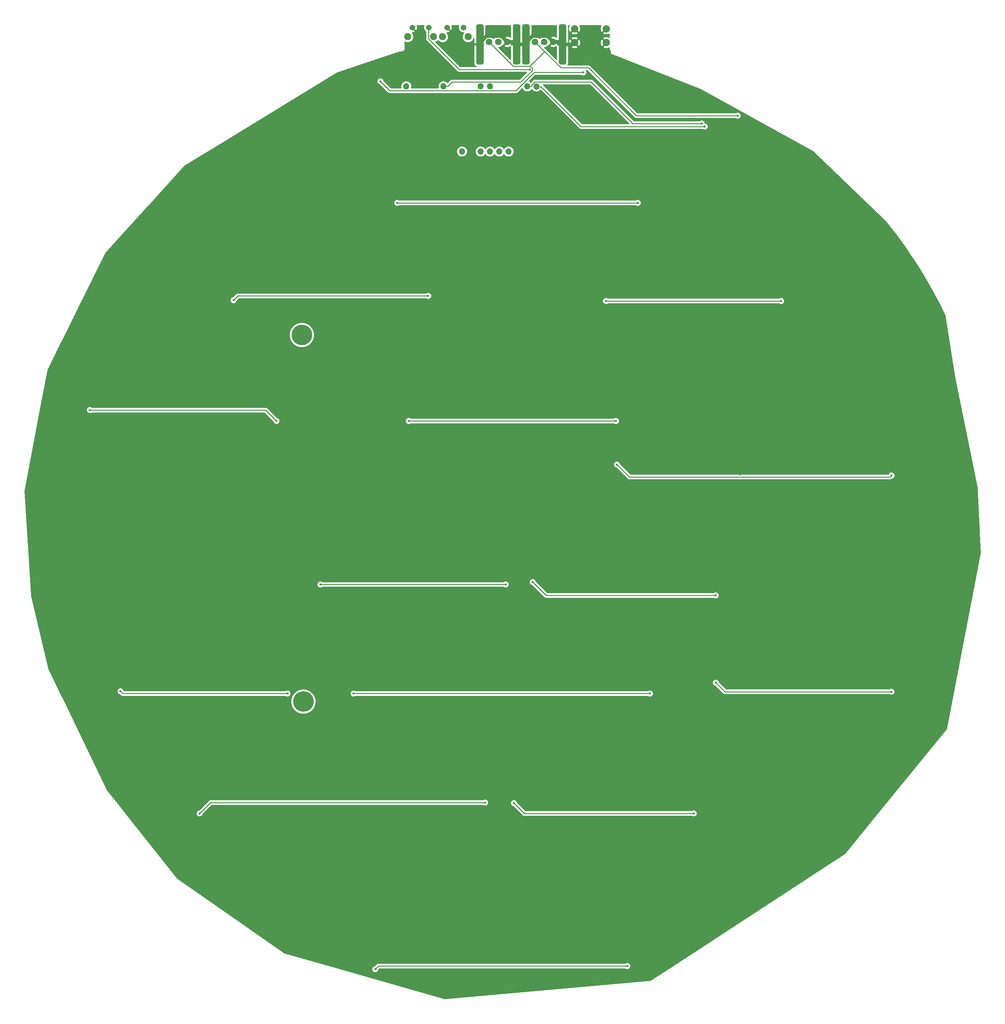
<source format=gbl>
%TF.GenerationSoftware,KiCad,Pcbnew,(6.0.6)*%
%TF.CreationDate,2022-07-13T04:46:15-05:00*%
%TF.ProjectId,CircleBoard,43697263-6c65-4426-9f61-72642e6b6963,rev?*%
%TF.SameCoordinates,Original*%
%TF.FileFunction,Copper,L2,Bot*%
%TF.FilePolarity,Positive*%
%FSLAX46Y46*%
G04 Gerber Fmt 4.6, Leading zero omitted, Abs format (unit mm)*
G04 Created by KiCad (PCBNEW (6.0.6)) date 2022-07-13 04:46:15*
%MOMM*%
%LPD*%
G01*
G04 APERTURE LIST*
G04 Aperture macros list*
%AMRoundRect*
0 Rectangle with rounded corners*
0 $1 Rounding radius*
0 $2 $3 $4 $5 $6 $7 $8 $9 X,Y pos of 4 corners*
0 Add a 4 corners polygon primitive as box body*
4,1,4,$2,$3,$4,$5,$6,$7,$8,$9,$2,$3,0*
0 Add four circle primitives for the rounded corners*
1,1,$1+$1,$2,$3*
1,1,$1+$1,$4,$5*
1,1,$1+$1,$6,$7*
1,1,$1+$1,$8,$9*
0 Add four rect primitives between the rounded corners*
20,1,$1+$1,$2,$3,$4,$5,0*
20,1,$1+$1,$4,$5,$6,$7,0*
20,1,$1+$1,$6,$7,$8,$9,0*
20,1,$1+$1,$8,$9,$2,$3,0*%
G04 Aperture macros list end*
%TA.AperFunction,ComponentPad*%
%ADD10C,1.800000*%
%TD*%
%TA.AperFunction,ComponentPad*%
%ADD11RoundRect,0.500000X0.500000X5.000000X-0.500000X5.000000X-0.500000X-5.000000X0.500000X-5.000000X0*%
%TD*%
%TA.AperFunction,ComponentPad*%
%ADD12C,1.540000*%
%TD*%
%TA.AperFunction,ComponentPad*%
%ADD13C,1.950000*%
%TD*%
%TA.AperFunction,ComponentPad*%
%ADD14C,5.600000*%
%TD*%
%TA.AperFunction,ComponentPad*%
%ADD15C,2.010000*%
%TD*%
%TA.AperFunction,ComponentPad*%
%ADD16O,1.700000X1.700000*%
%TD*%
%TA.AperFunction,ViaPad*%
%ADD17C,0.800000*%
%TD*%
%TA.AperFunction,ViaPad*%
%ADD18C,0.600000*%
%TD*%
%TA.AperFunction,Conductor*%
%ADD19C,1.000000*%
%TD*%
%TA.AperFunction,Conductor*%
%ADD20C,0.250000*%
%TD*%
G04 APERTURE END LIST*
D10*
X141110000Y4960000D03*
X138610000Y4960000D03*
X136110000Y4960000D03*
D11*
X143610000Y4260000D03*
X133610000Y4260000D03*
D10*
X128570000Y4940000D03*
X126070000Y4940000D03*
X123570000Y4940000D03*
D11*
X131070000Y4240000D03*
X121070000Y4240000D03*
D12*
X107150000Y8870000D03*
X102650000Y8870000D03*
D13*
X108405000Y6380000D03*
X101395000Y6380000D03*
D12*
X116630000Y8850000D03*
X112130000Y8850000D03*
D13*
X117885000Y6360000D03*
X110875000Y6360000D03*
D14*
X72920000Y-175000000D03*
D15*
X155580000Y4742500D03*
X155580000Y8542500D03*
X146940000Y8542500D03*
X146940000Y4742500D03*
D16*
X116230000Y-24950000D03*
X121310000Y-24950000D03*
X123850000Y-24950000D03*
X126390000Y-24950000D03*
X128930000Y-24950000D03*
X136550000Y-7210000D03*
X134010000Y-7170000D03*
X123850000Y-7170000D03*
X121310000Y-7170000D03*
X111150000Y-7170000D03*
X100990000Y-7170000D03*
D14*
X72500000Y-75000000D03*
D17*
X144940000Y-12210000D03*
X142350000Y-14250000D03*
D18*
X161289300Y-247134400D03*
X92543900Y-247966700D03*
X122510900Y-202525900D03*
X44596700Y-205499800D03*
X179448200Y-205499800D03*
X130370200Y-202692000D03*
X68570300Y-172786900D03*
X23016000Y-172179000D03*
X167461400Y-172786900D03*
X86581900Y-172786900D03*
X185441600Y-169813000D03*
X233388800Y-172306000D03*
X77560400Y-143047900D03*
X128133500Y-143047900D03*
X185441600Y-146021800D03*
X135490700Y-142387000D03*
X233388800Y-113308900D03*
X158471300Y-110335000D03*
X101693700Y-98439400D03*
X158203500Y-98439400D03*
X14629700Y-95465500D03*
X65573600Y-98439400D03*
X155474600Y-65726500D03*
X203284700Y-65726500D03*
X106977000Y-64335800D03*
X53870600Y-65499300D03*
X98537300Y-38961400D03*
X164184700Y-38961400D03*
X149291100Y-3376600D03*
X93923100Y-5788300D03*
X181611700Y-17316300D03*
X182444900Y-18144100D03*
X134739600Y-2563400D03*
X191435000Y-15170200D03*
X92062000Y-194894000D03*
X15989000Y-142443000D03*
X97904000Y-7315000D03*
X15354000Y-115519000D03*
X222999000Y-197815000D03*
X113525000Y-67132000D03*
X88633000Y-140284000D03*
X84442000Y-83134000D03*
X238239000Y-173812000D03*
X56756000Y-67259000D03*
X192773000Y-145237000D03*
X42024000Y-218389000D03*
X226682000Y-143586000D03*
X68948000Y-203657000D03*
X23609000Y-83515000D03*
X141084000Y-170637000D03*
X190487000Y-203784000D03*
X40627000Y-93421000D03*
X199250000Y-221818000D03*
X84442000Y-22428000D03*
X165595000Y-219786000D03*
X144767000Y-224866000D03*
X171437000Y-117932000D03*
X68440000Y-111963000D03*
X141592000Y-87325000D03*
X245224000Y-115011000D03*
X235953000Y-83134000D03*
X35166000Y-112852000D03*
X84315000Y-173939000D03*
X95999000Y-38811000D03*
X41389000Y-40208000D03*
X64376000Y-91262000D03*
X118986000Y-87833000D03*
X22466000Y-173558000D03*
X114922000Y-32969000D03*
X160134000Y-158826000D03*
X175247000Y-83007000D03*
X69075000Y-52273000D03*
X205346000Y-67894000D03*
X127114000Y-113360000D03*
X116446000Y-243916000D03*
X60820000Y-36906000D03*
X34531000Y-144221000D03*
X222364000Y-60147000D03*
X114541000Y-190830000D03*
X9385000Y-97231000D03*
X199758000Y-37668000D03*
X142481000Y-119075000D03*
X244335000Y-142951000D03*
X251447000Y-161239000D03*
X174866000Y-20015000D03*
X54089000Y-189306000D03*
X222618000Y-162636000D03*
X120129000Y-141173000D03*
X96380000Y-219151000D03*
X99555000Y-98247000D03*
X129908000Y-204292000D03*
X172072000Y-139776000D03*
X64884000Y-166573000D03*
X145275000Y-32842000D03*
X220459000Y-94056000D03*
X145148000Y-133299000D03*
X175374000Y-234645000D03*
X99428000Y-158826000D03*
X119494000Y-169875000D03*
X129908000Y-52654000D03*
X163309000Y-249885000D03*
X219316000Y-40081000D03*
X195694000Y-167208000D03*
X226047000Y-114630000D03*
X168389000Y-194386000D03*
X205727000Y-189179000D03*
X219189000Y-217373000D03*
X196202000Y-90754000D03*
X38087000Y-162890000D03*
X251828000Y-96215000D03*
X61582000Y-220929000D03*
X146291000Y-191338000D03*
X53962000Y-128600000D03*
X38087000Y-59512000D03*
X134861000Y-143713000D03*
X192138000Y-113106000D03*
X168008000Y-63576000D03*
X97142000Y-250012000D03*
X147053000Y-66751000D03*
X192900000Y-54686000D03*
X160134000Y-98120000D03*
X115557000Y-224612000D03*
X8369000Y-159207000D03*
X67932000Y-145872000D03*
X114668000Y-124409000D03*
X205727000Y-128600000D03*
X161531000Y-5664000D03*
X92570000Y-63068000D03*
X175247000Y-173939000D03*
X84442000Y-234645000D03*
X37706000Y-198196000D03*
X89141000Y-117551000D03*
X145148000Y-244424000D03*
X166103000Y-38176000D03*
X195440000Y-24786900D03*
X196950000Y-17953400D03*
X149196400Y3116800D03*
X107527400Y-9364700D03*
X119514200Y-9364700D03*
X131501000Y-9364700D03*
X143487800Y-9364700D03*
X155474600Y2461900D03*
X149196400Y6198300D03*
X152965000Y3116800D03*
D19*
X146457500Y4260000D02*
X146940000Y4742500D01*
X143610000Y4260000D02*
X146457500Y4260000D01*
X142910000Y4960000D02*
X143610000Y4260000D01*
X141110000Y4960000D02*
X142910000Y4960000D01*
X135447258Y6560000D02*
X139510000Y6560000D01*
X139510000Y6560000D02*
X141110000Y4960000D01*
X133610000Y4722742D02*
X135447258Y6560000D01*
X133610000Y4260000D02*
X133610000Y4722742D01*
X133590000Y4240000D02*
X133610000Y4260000D01*
X131070000Y4240000D02*
X133590000Y4240000D01*
X130370000Y4940000D02*
X131070000Y4240000D01*
X128570000Y4940000D02*
X130370000Y4940000D01*
X126970000Y6540000D02*
X128570000Y4940000D01*
X122907258Y6540000D02*
X126970000Y6540000D01*
X121070000Y4240000D02*
X121070000Y4702742D01*
X121070000Y4702742D02*
X122907258Y6540000D01*
D20*
X93376200Y-247134400D02*
X92543900Y-247966700D01*
X161289300Y-247134400D02*
X93376200Y-247134400D01*
X47570600Y-202525900D02*
X44596700Y-205499800D01*
X122510900Y-202525900D02*
X47570600Y-202525900D01*
X133178000Y-205499800D02*
X130370200Y-202692000D01*
X179448200Y-205499800D02*
X133178000Y-205499800D01*
X23623900Y-172786900D02*
X23016000Y-172179000D01*
X68570300Y-172786900D02*
X23623900Y-172786900D01*
X167461400Y-172786900D02*
X86581900Y-172786900D01*
X187934600Y-172306000D02*
X233388800Y-172306000D01*
X185441600Y-169813000D02*
X187934600Y-172306000D01*
X77560400Y-143047900D02*
X128133500Y-143047900D01*
X139125500Y-146021800D02*
X135490700Y-142387000D01*
X185441600Y-146021800D02*
X139125500Y-146021800D01*
X161886700Y-113750400D02*
X158471300Y-110335000D01*
X232947300Y-113750400D02*
X161886700Y-113750400D01*
X233388800Y-113308900D02*
X232947300Y-113750400D01*
X101693700Y-98439400D02*
X158203500Y-98439400D01*
X62599700Y-95465500D02*
X65573600Y-98439400D01*
X14629700Y-95465500D02*
X62599700Y-95465500D01*
X155474600Y-65726500D02*
X203284700Y-65726500D01*
X55034100Y-64335800D02*
X53870600Y-65499300D01*
X106977000Y-64335800D02*
X55034100Y-64335800D01*
X98537300Y-38961400D02*
X164184700Y-38961400D01*
X96480200Y-8345400D02*
X93923100Y-5788300D01*
X130934300Y-8345400D02*
X96480200Y-8345400D01*
X135903100Y-3376600D02*
X130934300Y-8345400D01*
X149291100Y-3376600D02*
X135903100Y-3376600D01*
X135185300Y-6876100D02*
X135185300Y-7170000D01*
X136066700Y-5994700D02*
X135185300Y-6876100D01*
X151437700Y-5994700D02*
X136066700Y-5994700D01*
X162759300Y-17316300D02*
X151437700Y-5994700D01*
X181611700Y-17316300D02*
X162759300Y-17316300D01*
X134010000Y-7170000D02*
X135185300Y-7170000D01*
X148659400Y-18144100D02*
X137725300Y-7210000D01*
X182444900Y-18144100D02*
X148659400Y-18144100D01*
X136550000Y-7210000D02*
X137725300Y-7210000D01*
X115417600Y-2563400D02*
X134739600Y-2563400D01*
X107054100Y5800100D02*
X115417600Y-2563400D01*
X107054100Y8774100D02*
X107054100Y5800100D01*
X107150000Y8870000D02*
X107054100Y8774100D01*
X111150000Y-7170000D02*
X112325300Y-7170000D01*
X130150000Y-1640000D02*
X134743700Y-1640000D01*
X123570000Y4940000D02*
X130150000Y-1640000D01*
X113500600Y-5994700D02*
X112325300Y-7170000D01*
X132210900Y-5994700D02*
X113500600Y-5994700D01*
X135391100Y-2814500D02*
X132210900Y-5994700D01*
X135391100Y-2287400D02*
X135391100Y-2814500D01*
X134743700Y-1640000D02*
X135391100Y-2287400D01*
X134743700Y-1640000D02*
X138726900Y2343200D01*
X143178300Y-2108300D02*
X138726900Y2343200D01*
X150724300Y-2108300D02*
X143178300Y-2108300D01*
X163786200Y-15170200D02*
X150724300Y-2108300D01*
X191435000Y-15170200D02*
X163786200Y-15170200D01*
X138726900Y2343200D02*
X136110000Y4960000D01*
%TA.AperFunction,Conductor*%
G36*
X105899482Y9471498D02*
G01*
X105945975Y9417842D01*
X105956079Y9347568D01*
X105947657Y9319302D01*
X105948220Y9319097D01*
X105946339Y9313928D01*
X105944014Y9308943D01*
X105886113Y9092857D01*
X105866616Y8870000D01*
X105886113Y8647143D01*
X105944014Y8431057D01*
X105955583Y8406247D01*
X106036231Y8233295D01*
X106036234Y8233290D01*
X106038557Y8228308D01*
X106076787Y8173710D01*
X106159249Y8055943D01*
X106166871Y8045057D01*
X106325057Y7886871D01*
X106329565Y7883714D01*
X106329568Y7883712D01*
X106366871Y7857592D01*
X106411200Y7802134D01*
X106420600Y7754379D01*
X106420600Y5878867D01*
X106420073Y5867684D01*
X106418398Y5860191D01*
X106418647Y5852265D01*
X106418647Y5852264D01*
X106420538Y5792114D01*
X106420600Y5788155D01*
X106420600Y5760244D01*
X106421097Y5756310D01*
X106421097Y5756309D01*
X106421105Y5756244D01*
X106422038Y5744407D01*
X106423427Y5700211D01*
X106428013Y5684427D01*
X106429078Y5680761D01*
X106433087Y5661400D01*
X106435626Y5641303D01*
X106438545Y5633932D01*
X106438545Y5633930D01*
X106451904Y5600188D01*
X106455749Y5588958D01*
X106468082Y5546507D01*
X106472115Y5539688D01*
X106472117Y5539683D01*
X106478393Y5529072D01*
X106487088Y5511324D01*
X106494548Y5492483D01*
X106499210Y5486067D01*
X106499210Y5486066D01*
X106520536Y5456713D01*
X106527052Y5446793D01*
X106549558Y5408738D01*
X106563879Y5394417D01*
X106576719Y5379384D01*
X106588628Y5362993D01*
X106594734Y5357942D01*
X106622705Y5334802D01*
X106631484Y5326812D01*
X114913948Y-2955653D01*
X114921488Y-2963939D01*
X114925600Y-2970418D01*
X114931377Y-2975843D01*
X114975251Y-3017043D01*
X114978093Y-3019798D01*
X114997830Y-3039535D01*
X115001027Y-3042015D01*
X115010047Y-3049718D01*
X115042279Y-3079986D01*
X115049225Y-3083805D01*
X115049228Y-3083807D01*
X115060034Y-3089748D01*
X115076553Y-3100599D01*
X115092559Y-3113014D01*
X115099828Y-3116159D01*
X115099832Y-3116162D01*
X115133137Y-3130574D01*
X115143787Y-3135791D01*
X115182540Y-3157095D01*
X115190215Y-3159066D01*
X115190216Y-3159066D01*
X115202162Y-3162133D01*
X115220867Y-3168537D01*
X115239455Y-3176581D01*
X115247278Y-3177820D01*
X115247288Y-3177823D01*
X115283124Y-3183499D01*
X115294744Y-3185905D01*
X115329889Y-3194928D01*
X115337570Y-3196900D01*
X115357824Y-3196900D01*
X115377534Y-3198451D01*
X115397543Y-3201620D01*
X115405435Y-3200874D01*
X115441561Y-3197459D01*
X115453419Y-3196900D01*
X133808606Y-3196900D01*
X133876727Y-3216902D01*
X133923220Y-3270558D01*
X133933324Y-3340832D01*
X133903830Y-3405412D01*
X133897702Y-3411994D01*
X132334991Y-4974704D01*
X131985400Y-5324295D01*
X131923088Y-5358321D01*
X131896305Y-5361200D01*
X113579367Y-5361200D01*
X113568184Y-5360673D01*
X113560691Y-5358998D01*
X113552765Y-5359247D01*
X113552764Y-5359247D01*
X113492614Y-5361138D01*
X113488655Y-5361200D01*
X113460744Y-5361200D01*
X113456810Y-5361697D01*
X113456809Y-5361697D01*
X113456744Y-5361705D01*
X113444907Y-5362638D01*
X113413090Y-5363638D01*
X113408629Y-5363778D01*
X113400710Y-5364027D01*
X113383054Y-5369156D01*
X113381258Y-5369678D01*
X113361906Y-5373686D01*
X113354835Y-5374580D01*
X113341803Y-5376226D01*
X113334434Y-5379143D01*
X113334432Y-5379144D01*
X113300697Y-5392500D01*
X113289469Y-5396345D01*
X113247007Y-5408682D01*
X113240185Y-5412716D01*
X113240179Y-5412719D01*
X113229568Y-5418994D01*
X113211818Y-5427690D01*
X113200356Y-5432228D01*
X113200351Y-5432231D01*
X113192983Y-5435148D01*
X113175570Y-5447799D01*
X113157225Y-5461127D01*
X113147307Y-5467643D01*
X113136063Y-5474293D01*
X113109237Y-5490158D01*
X113094913Y-5504482D01*
X113079883Y-5517320D01*
X113063493Y-5529228D01*
X113035312Y-5563293D01*
X113027322Y-5572073D01*
X112338229Y-6261166D01*
X112275917Y-6295192D01*
X112205102Y-6290127D01*
X112155940Y-6256870D01*
X112083151Y-6176876D01*
X112083145Y-6176870D01*
X112079670Y-6173051D01*
X112075619Y-6169852D01*
X112075615Y-6169848D01*
X111908414Y-6037800D01*
X111908410Y-6037798D01*
X111904359Y-6034598D01*
X111708789Y-5926638D01*
X111703920Y-5924914D01*
X111703916Y-5924912D01*
X111503087Y-5853795D01*
X111503083Y-5853794D01*
X111498212Y-5852069D01*
X111493119Y-5851162D01*
X111493116Y-5851161D01*
X111283373Y-5813800D01*
X111283367Y-5813799D01*
X111278284Y-5812894D01*
X111204452Y-5811992D01*
X111060081Y-5810228D01*
X111060079Y-5810228D01*
X111054911Y-5810165D01*
X110834091Y-5843955D01*
X110621756Y-5913357D01*
X110423607Y-6016507D01*
X110419474Y-6019610D01*
X110419471Y-6019612D01*
X110256716Y-6141812D01*
X110244965Y-6150635D01*
X110090629Y-6312138D01*
X110087715Y-6316410D01*
X110087714Y-6316411D01*
X110017692Y-6419060D01*
X109964743Y-6496680D01*
X109949003Y-6530590D01*
X109888754Y-6660386D01*
X109870688Y-6699305D01*
X109810989Y-6914570D01*
X109787251Y-7136695D01*
X109787548Y-7141848D01*
X109787548Y-7141851D01*
X109793011Y-7236590D01*
X109800110Y-7359715D01*
X109801247Y-7364761D01*
X109801248Y-7364767D01*
X109844841Y-7558199D01*
X109840305Y-7629050D01*
X109798183Y-7686202D01*
X109731850Y-7711508D01*
X109721924Y-7711900D01*
X102415219Y-7711900D01*
X102347098Y-7691898D01*
X102300605Y-7638242D01*
X102290501Y-7567968D01*
X102294660Y-7549272D01*
X102320867Y-7463015D01*
X102322370Y-7458069D01*
X102351529Y-7236590D01*
X102353156Y-7170000D01*
X102334852Y-6947361D01*
X102280431Y-6730702D01*
X102191354Y-6525840D01*
X102119779Y-6415202D01*
X102072822Y-6342617D01*
X102072820Y-6342614D01*
X102070014Y-6338277D01*
X101919670Y-6173051D01*
X101915619Y-6169852D01*
X101915615Y-6169848D01*
X101748414Y-6037800D01*
X101748410Y-6037798D01*
X101744359Y-6034598D01*
X101548789Y-5926638D01*
X101543920Y-5924914D01*
X101543916Y-5924912D01*
X101343087Y-5853795D01*
X101343083Y-5853794D01*
X101338212Y-5852069D01*
X101333119Y-5851162D01*
X101333116Y-5851161D01*
X101123373Y-5813800D01*
X101123367Y-5813799D01*
X101118284Y-5812894D01*
X101044452Y-5811992D01*
X100900081Y-5810228D01*
X100900079Y-5810228D01*
X100894911Y-5810165D01*
X100674091Y-5843955D01*
X100461756Y-5913357D01*
X100263607Y-6016507D01*
X100259474Y-6019610D01*
X100259471Y-6019612D01*
X100096716Y-6141812D01*
X100084965Y-6150635D01*
X99930629Y-6312138D01*
X99927715Y-6316410D01*
X99927714Y-6316411D01*
X99857692Y-6419060D01*
X99804743Y-6496680D01*
X99789003Y-6530590D01*
X99728754Y-6660386D01*
X99710688Y-6699305D01*
X99650989Y-6914570D01*
X99627251Y-7136695D01*
X99627548Y-7141848D01*
X99627548Y-7141851D01*
X99633011Y-7236590D01*
X99640110Y-7359715D01*
X99641247Y-7364761D01*
X99641248Y-7364767D01*
X99684841Y-7558199D01*
X99680305Y-7629050D01*
X99638183Y-7686202D01*
X99571850Y-7711508D01*
X99561924Y-7711900D01*
X96794794Y-7711900D01*
X96726673Y-7691898D01*
X96705699Y-7674995D01*
X95735001Y-6704297D01*
X94757520Y-5726815D01*
X94723495Y-5664505D01*
X94721401Y-5651766D01*
X94717282Y-5615046D01*
X94716497Y-5608045D01*
X94680433Y-5504482D01*
X94659164Y-5443406D01*
X94659162Y-5443403D01*
X94656845Y-5436748D01*
X94653109Y-5430769D01*
X94564459Y-5288898D01*
X94560726Y-5282924D01*
X94547041Y-5269143D01*
X94437878Y-5159215D01*
X94437874Y-5159212D01*
X94432915Y-5154218D01*
X94421797Y-5147162D01*
X94373638Y-5116600D01*
X94279766Y-5057027D01*
X94250563Y-5046628D01*
X94115525Y-4998543D01*
X94115520Y-4998542D01*
X94108890Y-4996181D01*
X94101902Y-4995348D01*
X94101899Y-4995347D01*
X93978798Y-4980668D01*
X93928780Y-4974704D01*
X93921777Y-4975440D01*
X93921776Y-4975440D01*
X93755388Y-4992928D01*
X93755386Y-4992929D01*
X93748388Y-4993664D01*
X93576679Y-5052118D01*
X93570675Y-5055812D01*
X93428195Y-5143466D01*
X93428192Y-5143468D01*
X93422188Y-5147162D01*
X93417153Y-5152093D01*
X93417150Y-5152095D01*
X93351994Y-5215901D01*
X93292593Y-5274071D01*
X93194335Y-5426538D01*
X93191926Y-5433158D01*
X93191924Y-5433161D01*
X93135683Y-5587682D01*
X93132297Y-5596985D01*
X93109563Y-5776940D01*
X93127263Y-5957460D01*
X93184518Y-6129573D01*
X93188165Y-6135595D01*
X93188166Y-6135597D01*
X93191913Y-6141783D01*
X93278480Y-6284724D01*
X93283369Y-6289787D01*
X93283370Y-6289788D01*
X93309080Y-6316411D01*
X93404482Y-6415202D01*
X93410378Y-6419060D01*
X93528994Y-6496680D01*
X93556259Y-6514522D01*
X93562863Y-6516978D01*
X93562865Y-6516979D01*
X93719658Y-6575290D01*
X93719660Y-6575290D01*
X93726268Y-6577748D01*
X93733253Y-6578680D01*
X93733257Y-6578681D01*
X93768187Y-6583341D01*
X93788287Y-6586023D01*
X93853163Y-6614858D01*
X93860717Y-6621821D01*
X95976543Y-8737647D01*
X95984087Y-8745937D01*
X95988200Y-8752418D01*
X95993977Y-8757843D01*
X96037867Y-8799058D01*
X96040709Y-8801813D01*
X96060431Y-8821535D01*
X96063555Y-8823958D01*
X96063559Y-8823962D01*
X96063624Y-8824012D01*
X96072645Y-8831717D01*
X96104879Y-8861986D01*
X96111827Y-8865805D01*
X96111829Y-8865807D01*
X96122632Y-8871746D01*
X96139159Y-8882602D01*
X96148898Y-8890157D01*
X96148900Y-8890158D01*
X96155160Y-8895014D01*
X96195740Y-8912574D01*
X96206388Y-8917791D01*
X96231176Y-8931418D01*
X96245140Y-8939095D01*
X96252816Y-8941066D01*
X96252819Y-8941067D01*
X96264762Y-8944133D01*
X96283467Y-8950537D01*
X96302055Y-8958581D01*
X96309878Y-8959820D01*
X96309888Y-8959823D01*
X96345724Y-8965499D01*
X96357344Y-8967905D01*
X96389159Y-8976073D01*
X96400170Y-8978900D01*
X96420424Y-8978900D01*
X96440134Y-8980451D01*
X96460143Y-8983620D01*
X96468035Y-8982874D01*
X96486780Y-8981102D01*
X96504162Y-8979459D01*
X96516019Y-8978900D01*
X130855533Y-8978900D01*
X130866716Y-8979427D01*
X130874209Y-8981102D01*
X130882135Y-8980853D01*
X130882136Y-8980853D01*
X130942286Y-8978962D01*
X130946245Y-8978900D01*
X130974156Y-8978900D01*
X130978091Y-8978403D01*
X130978156Y-8978395D01*
X130989993Y-8977462D01*
X131022251Y-8976448D01*
X131026270Y-8976322D01*
X131034189Y-8976073D01*
X131053643Y-8970421D01*
X131073000Y-8966413D01*
X131085230Y-8964868D01*
X131085231Y-8964868D01*
X131093097Y-8963874D01*
X131100468Y-8960955D01*
X131100470Y-8960955D01*
X131134212Y-8947596D01*
X131145442Y-8943751D01*
X131180283Y-8933629D01*
X131180284Y-8933629D01*
X131187893Y-8931418D01*
X131194712Y-8927385D01*
X131194717Y-8927383D01*
X131205328Y-8921107D01*
X131223076Y-8912412D01*
X131241917Y-8904952D01*
X131277687Y-8878964D01*
X131287607Y-8872448D01*
X131318835Y-8853980D01*
X131318838Y-8853978D01*
X131325662Y-8849942D01*
X131339983Y-8835621D01*
X131355017Y-8822780D01*
X131356731Y-8821535D01*
X131371407Y-8810872D01*
X131399598Y-8776795D01*
X131407588Y-8768016D01*
X132542738Y-7632866D01*
X132605050Y-7598840D01*
X132675865Y-7603905D01*
X132732701Y-7646452D01*
X132748576Y-7674557D01*
X132753305Y-7686202D01*
X132793266Y-7784616D01*
X132909987Y-7975088D01*
X133056250Y-8143938D01*
X133228126Y-8286632D01*
X133421000Y-8399338D01*
X133629692Y-8479030D01*
X133634760Y-8480061D01*
X133634763Y-8480062D01*
X133742017Y-8501883D01*
X133848597Y-8523567D01*
X133853772Y-8523757D01*
X133853774Y-8523757D01*
X134066673Y-8531564D01*
X134066677Y-8531564D01*
X134071837Y-8531753D01*
X134076957Y-8531097D01*
X134076959Y-8531097D01*
X134288288Y-8504025D01*
X134288289Y-8504025D01*
X134293416Y-8503368D01*
X134369102Y-8480661D01*
X134502429Y-8440661D01*
X134502434Y-8440659D01*
X134507384Y-8439174D01*
X134707994Y-8340896D01*
X134889860Y-8211173D01*
X134917191Y-8183938D01*
X134981364Y-8119988D01*
X135048096Y-8053489D01*
X135078852Y-8010688D01*
X135167040Y-7887960D01*
X135223035Y-7844312D01*
X135293738Y-7837866D01*
X135356703Y-7870669D01*
X135376796Y-7895651D01*
X135449987Y-8015088D01*
X135596250Y-8183938D01*
X135768126Y-8326632D01*
X135961000Y-8439338D01*
X136169692Y-8519030D01*
X136174760Y-8520061D01*
X136174763Y-8520062D01*
X136231298Y-8531564D01*
X136388597Y-8563567D01*
X136393772Y-8563757D01*
X136393774Y-8563757D01*
X136606673Y-8571564D01*
X136606677Y-8571564D01*
X136611837Y-8571753D01*
X136616957Y-8571097D01*
X136616959Y-8571097D01*
X136828288Y-8544025D01*
X136828289Y-8544025D01*
X136833416Y-8543368D01*
X136838366Y-8541883D01*
X137042429Y-8480661D01*
X137042434Y-8480659D01*
X137047384Y-8479174D01*
X137247994Y-8380896D01*
X137429860Y-8251173D01*
X137433515Y-8247531D01*
X137433523Y-8247524D01*
X137561506Y-8119988D01*
X137623877Y-8086072D01*
X137694684Y-8091261D01*
X137739540Y-8120144D01*
X148155743Y-18536347D01*
X148163287Y-18544637D01*
X148167400Y-18551118D01*
X148173177Y-18556543D01*
X148217067Y-18597758D01*
X148219909Y-18600513D01*
X148239631Y-18620235D01*
X148242755Y-18622658D01*
X148242759Y-18622662D01*
X148242824Y-18622712D01*
X148251845Y-18630417D01*
X148284079Y-18660686D01*
X148291027Y-18664505D01*
X148291029Y-18664507D01*
X148301832Y-18670446D01*
X148318359Y-18681302D01*
X148328098Y-18688857D01*
X148328100Y-18688858D01*
X148334360Y-18693714D01*
X148374940Y-18711274D01*
X148385588Y-18716491D01*
X148424340Y-18737795D01*
X148432016Y-18739766D01*
X148432019Y-18739767D01*
X148443962Y-18742833D01*
X148462667Y-18749237D01*
X148481255Y-18757281D01*
X148489078Y-18758520D01*
X148489088Y-18758523D01*
X148524924Y-18764199D01*
X148536544Y-18766605D01*
X148571689Y-18775628D01*
X148579370Y-18777600D01*
X148599624Y-18777600D01*
X148619334Y-18779151D01*
X148639343Y-18782320D01*
X148647235Y-18781574D01*
X148683361Y-18778159D01*
X148695219Y-18777600D01*
X181898803Y-18777600D01*
X181967796Y-18798168D01*
X182078059Y-18870322D01*
X182084663Y-18872778D01*
X182084665Y-18872779D01*
X182241458Y-18931090D01*
X182241460Y-18931090D01*
X182248068Y-18933548D01*
X182331895Y-18944733D01*
X182420880Y-18956607D01*
X182420884Y-18956607D01*
X182427861Y-18957538D01*
X182434872Y-18956900D01*
X182434876Y-18956900D01*
X182577359Y-18943932D01*
X182608500Y-18941098D01*
X182615202Y-18938920D01*
X182615204Y-18938920D01*
X182774309Y-18887224D01*
X182774312Y-18887223D01*
X182781008Y-18885047D01*
X182936812Y-18792169D01*
X183068166Y-18667082D01*
X183168543Y-18516002D01*
X183232955Y-18346438D01*
X183258199Y-18166817D01*
X183258516Y-18144100D01*
X183238297Y-17963845D01*
X183178645Y-17792548D01*
X183082526Y-17638724D01*
X183077564Y-17633727D01*
X182959678Y-17515015D01*
X182959674Y-17515012D01*
X182954715Y-17510018D01*
X182801566Y-17412827D01*
X182772363Y-17402428D01*
X182637325Y-17354343D01*
X182637320Y-17354342D01*
X182630690Y-17351981D01*
X182623704Y-17351148D01*
X182623700Y-17351147D01*
X182554856Y-17342938D01*
X182525751Y-17339468D01*
X182460479Y-17311541D01*
X182420666Y-17252757D01*
X182415456Y-17228399D01*
X182405882Y-17143044D01*
X182405097Y-17136045D01*
X182345445Y-16964748D01*
X182249326Y-16810924D01*
X182244364Y-16805927D01*
X182126478Y-16687215D01*
X182126474Y-16687212D01*
X182121515Y-16682218D01*
X182110397Y-16675162D01*
X182062238Y-16644600D01*
X181968366Y-16585027D01*
X181939163Y-16574628D01*
X181804125Y-16526543D01*
X181804120Y-16526542D01*
X181797490Y-16524181D01*
X181790502Y-16523348D01*
X181790499Y-16523347D01*
X181667398Y-16508668D01*
X181617380Y-16502704D01*
X181610377Y-16503440D01*
X181610376Y-16503440D01*
X181443988Y-16520928D01*
X181443986Y-16520929D01*
X181436988Y-16521664D01*
X181265279Y-16580118D01*
X181128739Y-16664119D01*
X181062719Y-16682800D01*
X163073895Y-16682800D01*
X163005774Y-16662798D01*
X162984800Y-16645895D01*
X151941352Y-5602447D01*
X151933812Y-5594161D01*
X151929700Y-5587682D01*
X151903734Y-5563298D01*
X151880049Y-5541057D01*
X151877207Y-5538302D01*
X151857470Y-5518565D01*
X151854273Y-5516085D01*
X151845251Y-5508380D01*
X151831816Y-5495764D01*
X151813021Y-5478114D01*
X151806075Y-5474295D01*
X151806072Y-5474293D01*
X151795266Y-5468352D01*
X151778747Y-5457501D01*
X151778283Y-5457141D01*
X151762741Y-5445086D01*
X151755472Y-5441941D01*
X151755468Y-5441938D01*
X151722163Y-5427526D01*
X151711513Y-5422309D01*
X151672760Y-5401005D01*
X151653137Y-5395967D01*
X151634434Y-5389563D01*
X151623120Y-5384667D01*
X151623119Y-5384667D01*
X151615845Y-5381519D01*
X151608022Y-5380280D01*
X151608012Y-5380277D01*
X151572176Y-5374601D01*
X151560556Y-5372195D01*
X151525411Y-5363172D01*
X151525410Y-5363172D01*
X151517730Y-5361200D01*
X151497476Y-5361200D01*
X151477765Y-5359649D01*
X151469381Y-5358321D01*
X151457757Y-5356480D01*
X151428486Y-5359247D01*
X151413739Y-5360641D01*
X151401881Y-5361200D01*
X136145467Y-5361200D01*
X136134284Y-5360673D01*
X136126791Y-5358998D01*
X136118865Y-5359247D01*
X136118864Y-5359247D01*
X136058701Y-5361138D01*
X136054743Y-5361200D01*
X136026844Y-5361200D01*
X136022854Y-5361704D01*
X136011020Y-5362636D01*
X135966811Y-5364026D01*
X135959197Y-5366238D01*
X135959192Y-5366239D01*
X135947359Y-5369677D01*
X135927996Y-5373688D01*
X135907903Y-5376226D01*
X135900536Y-5379143D01*
X135900531Y-5379144D01*
X135866792Y-5392502D01*
X135855565Y-5396346D01*
X135813107Y-5408682D01*
X135806281Y-5412719D01*
X135795672Y-5418993D01*
X135777924Y-5427688D01*
X135759083Y-5435148D01*
X135752668Y-5439809D01*
X135752666Y-5439810D01*
X135723313Y-5461136D01*
X135713393Y-5467652D01*
X135682165Y-5486120D01*
X135682162Y-5486122D01*
X135675338Y-5490158D01*
X135661017Y-5504479D01*
X135645984Y-5517319D01*
X135629593Y-5529228D01*
X135624542Y-5535333D01*
X135624537Y-5535338D01*
X135601406Y-5563298D01*
X135593422Y-5572073D01*
X135297428Y-5868068D01*
X135048400Y-6117096D01*
X134986087Y-6151121D01*
X134915272Y-6146057D01*
X134881212Y-6126883D01*
X134768414Y-6037800D01*
X134768410Y-6037798D01*
X134764359Y-6034598D01*
X134568789Y-5926638D01*
X134563915Y-5924912D01*
X134563913Y-5924911D01*
X134520847Y-5909661D01*
X134463310Y-5868068D01*
X134437394Y-5801970D01*
X134451327Y-5732354D01*
X134473811Y-5701793D01*
X136128599Y-4047005D01*
X136190911Y-4012979D01*
X136217694Y-4010100D01*
X148745003Y-4010100D01*
X148813996Y-4030668D01*
X148838962Y-4047005D01*
X148924259Y-4102822D01*
X148930863Y-4105278D01*
X148930865Y-4105279D01*
X149087658Y-4163590D01*
X149087660Y-4163590D01*
X149094268Y-4166048D01*
X149178095Y-4177233D01*
X149267080Y-4189107D01*
X149267084Y-4189107D01*
X149274061Y-4190038D01*
X149281072Y-4189400D01*
X149281076Y-4189400D01*
X149423559Y-4176432D01*
X149454700Y-4173598D01*
X149461402Y-4171420D01*
X149461404Y-4171420D01*
X149620509Y-4119724D01*
X149620512Y-4119723D01*
X149627208Y-4117547D01*
X149783012Y-4024669D01*
X149914366Y-3899582D01*
X150014743Y-3748502D01*
X150079155Y-3578938D01*
X150102617Y-3411995D01*
X150103848Y-3403239D01*
X150103848Y-3403236D01*
X150104399Y-3399317D01*
X150104716Y-3376600D01*
X150084497Y-3196345D01*
X150082180Y-3189691D01*
X150027164Y-3031706D01*
X150027162Y-3031703D01*
X150024845Y-3025048D01*
X149968308Y-2934569D01*
X149949172Y-2866200D01*
X149970038Y-2798339D01*
X150024279Y-2752531D01*
X150075162Y-2741800D01*
X150409706Y-2741800D01*
X150477827Y-2761802D01*
X150498801Y-2778705D01*
X163282548Y-15562453D01*
X163290088Y-15570739D01*
X163294200Y-15577218D01*
X163299977Y-15582643D01*
X163343851Y-15623843D01*
X163346693Y-15626598D01*
X163366430Y-15646335D01*
X163369627Y-15648815D01*
X163378647Y-15656518D01*
X163410879Y-15686786D01*
X163417825Y-15690605D01*
X163417828Y-15690607D01*
X163428634Y-15696548D01*
X163445153Y-15707399D01*
X163461159Y-15719814D01*
X163468428Y-15722959D01*
X163468432Y-15722962D01*
X163501737Y-15737374D01*
X163512387Y-15742591D01*
X163551140Y-15763895D01*
X163558815Y-15765866D01*
X163558816Y-15765866D01*
X163570762Y-15768933D01*
X163589467Y-15775337D01*
X163608055Y-15783381D01*
X163615878Y-15784620D01*
X163615888Y-15784623D01*
X163651724Y-15790299D01*
X163663344Y-15792705D01*
X163698489Y-15801728D01*
X163706170Y-15803700D01*
X163726424Y-15803700D01*
X163746134Y-15805251D01*
X163766143Y-15808420D01*
X163774035Y-15807674D01*
X163810161Y-15804259D01*
X163822019Y-15803700D01*
X190888903Y-15803700D01*
X190957896Y-15824268D01*
X191068159Y-15896422D01*
X191074763Y-15898878D01*
X191074765Y-15898879D01*
X191231558Y-15957190D01*
X191231560Y-15957190D01*
X191238168Y-15959648D01*
X191321995Y-15970833D01*
X191410980Y-15982707D01*
X191410984Y-15982707D01*
X191417961Y-15983638D01*
X191424972Y-15983000D01*
X191424976Y-15983000D01*
X191567459Y-15970032D01*
X191598600Y-15967198D01*
X191605302Y-15965020D01*
X191605304Y-15965020D01*
X191764409Y-15913324D01*
X191764412Y-15913323D01*
X191771108Y-15911147D01*
X191926912Y-15818269D01*
X192058266Y-15693182D01*
X192158643Y-15542102D01*
X192223055Y-15372538D01*
X192248299Y-15192917D01*
X192248616Y-15170200D01*
X192228397Y-14989945D01*
X192168745Y-14818648D01*
X192072626Y-14664824D01*
X192067664Y-14659827D01*
X191949778Y-14541115D01*
X191949774Y-14541112D01*
X191944815Y-14536118D01*
X191933697Y-14529062D01*
X191885538Y-14498500D01*
X191791666Y-14438927D01*
X191762463Y-14428528D01*
X191627425Y-14380443D01*
X191627420Y-14380442D01*
X191620790Y-14378081D01*
X191613802Y-14377248D01*
X191613799Y-14377247D01*
X191490698Y-14362568D01*
X191440680Y-14356604D01*
X191433677Y-14357340D01*
X191433676Y-14357340D01*
X191267288Y-14374828D01*
X191267286Y-14374829D01*
X191260288Y-14375564D01*
X191088579Y-14434018D01*
X190952039Y-14518019D01*
X190886019Y-14536700D01*
X164100794Y-14536700D01*
X164032673Y-14516698D01*
X164011699Y-14499795D01*
X157632049Y-8120144D01*
X151227952Y-1716047D01*
X151220412Y-1707761D01*
X151216300Y-1701282D01*
X151166648Y-1654656D01*
X151163807Y-1651902D01*
X151144070Y-1632165D01*
X151140873Y-1629685D01*
X151131851Y-1621980D01*
X151105400Y-1597141D01*
X151099621Y-1591714D01*
X151092675Y-1587895D01*
X151092672Y-1587893D01*
X151081866Y-1581952D01*
X151065347Y-1571101D01*
X151064883Y-1570741D01*
X151049341Y-1558686D01*
X151042072Y-1555541D01*
X151042068Y-1555538D01*
X151008763Y-1541126D01*
X150998113Y-1535909D01*
X150959360Y-1514605D01*
X150939737Y-1509567D01*
X150921034Y-1503163D01*
X150909720Y-1498267D01*
X150909719Y-1498267D01*
X150902445Y-1495119D01*
X150894622Y-1493880D01*
X150894612Y-1493877D01*
X150858776Y-1488201D01*
X150847156Y-1485795D01*
X150812011Y-1476772D01*
X150812010Y-1476772D01*
X150804330Y-1474800D01*
X150784076Y-1474800D01*
X150764365Y-1473249D01*
X150752186Y-1471320D01*
X150744357Y-1470080D01*
X150736465Y-1470826D01*
X150700339Y-1474241D01*
X150688481Y-1474800D01*
X145067142Y-1474800D01*
X144999021Y-1454798D01*
X144952528Y-1401142D01*
X144942424Y-1330868D01*
X144962438Y-1278707D01*
X144999222Y-1223759D01*
X145005022Y-1212943D01*
X145076248Y-1041833D01*
X145079838Y-1030091D01*
X145116767Y-846945D01*
X145117923Y-837733D01*
X145118000Y-834681D01*
X145118000Y3506194D01*
X146068524Y3506194D01*
X146074251Y3498544D01*
X146246769Y3392825D01*
X146255563Y3388344D01*
X146466439Y3300996D01*
X146475824Y3297947D01*
X146697770Y3244662D01*
X146707517Y3243119D01*
X146935070Y3225210D01*
X146944930Y3225210D01*
X147172483Y3243119D01*
X147182230Y3244662D01*
X147404176Y3297947D01*
X147413561Y3300996D01*
X147624437Y3388344D01*
X147633231Y3392825D01*
X147802083Y3496297D01*
X147811543Y3506753D01*
X147807759Y3515531D01*
X146952812Y4370478D01*
X146938868Y4378092D01*
X146937035Y4377961D01*
X146930420Y4373710D01*
X146075284Y3518574D01*
X146068524Y3506194D01*
X145118000Y3506194D01*
X145118000Y3987885D01*
X145113525Y4003124D01*
X145112135Y4004329D01*
X145104452Y4006000D01*
X142188000Y4006000D01*
X142119879Y4026002D01*
X142073386Y4079658D01*
X142062000Y4132000D01*
X142062000Y4388000D01*
X142082002Y4456121D01*
X142135658Y4502614D01*
X142188000Y4514000D01*
X145099885Y4514000D01*
X145115124Y4518475D01*
X145116329Y4519865D01*
X145118000Y4527548D01*
X145118000Y4737570D01*
X145422710Y4737570D01*
X145440619Y4510017D01*
X145442162Y4500270D01*
X145495447Y4278324D01*
X145498496Y4268939D01*
X145585844Y4058063D01*
X145590325Y4049269D01*
X145693797Y3880417D01*
X145704253Y3870957D01*
X145713031Y3874741D01*
X146567978Y4729688D01*
X146574356Y4741368D01*
X147304408Y4741368D01*
X147304539Y4739535D01*
X147308790Y4732920D01*
X148163926Y3877784D01*
X148176306Y3871024D01*
X148183956Y3876751D01*
X148289675Y4049269D01*
X148294156Y4058063D01*
X148381504Y4268939D01*
X148384553Y4278324D01*
X148437838Y4500270D01*
X148439381Y4510017D01*
X148457290Y4737570D01*
X154062710Y4737570D01*
X154080619Y4510017D01*
X154082162Y4500270D01*
X154135447Y4278324D01*
X154138496Y4268939D01*
X154225844Y4058063D01*
X154230325Y4049269D01*
X154333797Y3880417D01*
X154344253Y3870957D01*
X154353031Y3874741D01*
X155207978Y4729688D01*
X155215592Y4743632D01*
X155215461Y4745465D01*
X155211210Y4752080D01*
X154356074Y5607216D01*
X154343694Y5613976D01*
X154336044Y5608249D01*
X154230325Y5435731D01*
X154225844Y5426937D01*
X154138496Y5216061D01*
X154135447Y5206676D01*
X154082162Y4984730D01*
X154080619Y4974983D01*
X154062710Y4747430D01*
X154062710Y4737570D01*
X148457290Y4737570D01*
X148457290Y4747430D01*
X148439381Y4974983D01*
X148437838Y4984730D01*
X148384553Y5206676D01*
X148381504Y5216061D01*
X148294156Y5426937D01*
X148289675Y5435731D01*
X148186203Y5604583D01*
X148175747Y5614043D01*
X148166969Y5610259D01*
X147312022Y4755312D01*
X147304408Y4741368D01*
X146574356Y4741368D01*
X146575592Y4743632D01*
X146575461Y4745465D01*
X146571210Y4752080D01*
X145716074Y5607216D01*
X145703694Y5613976D01*
X145696044Y5608249D01*
X145590325Y5435731D01*
X145585844Y5426937D01*
X145498496Y5216061D01*
X145495447Y5206676D01*
X145442162Y4984730D01*
X145440619Y4974983D01*
X145422710Y4747430D01*
X145422710Y4737570D01*
X145118000Y4737570D01*
X145118000Y5978247D01*
X146068457Y5978247D01*
X146072241Y5969469D01*
X146927188Y5114522D01*
X146941132Y5106908D01*
X146942965Y5107039D01*
X146949580Y5111290D01*
X147804716Y5966426D01*
X147811476Y5978806D01*
X147805749Y5986456D01*
X147633231Y6092175D01*
X147624437Y6096656D01*
X147413561Y6184004D01*
X147404176Y6187053D01*
X147182230Y6240338D01*
X147172483Y6241881D01*
X146944930Y6259790D01*
X146935070Y6259790D01*
X146707517Y6241881D01*
X146697770Y6240338D01*
X146475824Y6187053D01*
X146466439Y6184004D01*
X146255563Y6096656D01*
X146246769Y6092175D01*
X146077917Y5988703D01*
X146068457Y5978247D01*
X145118000Y5978247D01*
X145118000Y7306194D01*
X146068524Y7306194D01*
X146074251Y7298544D01*
X146246769Y7192825D01*
X146255563Y7188344D01*
X146466439Y7100996D01*
X146475824Y7097947D01*
X146697770Y7044662D01*
X146707517Y7043119D01*
X146935070Y7025210D01*
X146944930Y7025210D01*
X147172483Y7043119D01*
X147182230Y7044662D01*
X147404176Y7097947D01*
X147413561Y7100996D01*
X147624437Y7188344D01*
X147633231Y7192825D01*
X147802083Y7296297D01*
X147811543Y7306753D01*
X147807759Y7315531D01*
X146952812Y8170478D01*
X146938868Y8178092D01*
X146937035Y8177961D01*
X146930420Y8173710D01*
X146075284Y7318574D01*
X146068524Y7306194D01*
X145118000Y7306194D01*
X145118000Y9354681D01*
X145117919Y9357891D01*
X145117856Y9359135D01*
X145117885Y9359254D01*
X145117879Y9359472D01*
X145117937Y9359473D01*
X145134391Y9428179D01*
X145185630Y9477323D01*
X145243695Y9491500D01*
X145522071Y9491500D01*
X145590192Y9471498D01*
X145636685Y9417842D01*
X145646789Y9347568D01*
X145629504Y9299665D01*
X145590325Y9235731D01*
X145585844Y9226937D01*
X145498496Y9016061D01*
X145495447Y9006676D01*
X145442162Y8784730D01*
X145440619Y8774983D01*
X145422710Y8547430D01*
X145422710Y8537570D01*
X145440619Y8310017D01*
X145442162Y8300270D01*
X145495447Y8078324D01*
X145498496Y8068939D01*
X145585844Y7858063D01*
X145590325Y7849269D01*
X145693797Y7680417D01*
X145704253Y7670957D01*
X145713031Y7674741D01*
X146850905Y8812615D01*
X146913217Y8846641D01*
X146984032Y8841576D01*
X147029095Y8812615D01*
X148163926Y7677784D01*
X148176306Y7671024D01*
X148183956Y7676751D01*
X148289675Y7849269D01*
X148294156Y7858063D01*
X148381504Y8068939D01*
X148384553Y8078324D01*
X148437838Y8300270D01*
X148439381Y8310017D01*
X148457290Y8537570D01*
X148457290Y8547430D01*
X148439381Y8774983D01*
X148437838Y8784730D01*
X148384553Y9006676D01*
X148381504Y9016061D01*
X148294156Y9226937D01*
X148289675Y9235731D01*
X148250496Y9299665D01*
X148231958Y9368198D01*
X148253414Y9435875D01*
X148308053Y9481208D01*
X148357929Y9491500D01*
X154162071Y9491500D01*
X154230192Y9471498D01*
X154276685Y9417842D01*
X154286789Y9347568D01*
X154269504Y9299665D01*
X154230325Y9235731D01*
X154225844Y9226937D01*
X154138496Y9016061D01*
X154135447Y9006676D01*
X154082162Y8784730D01*
X154080619Y8774983D01*
X154062710Y8547430D01*
X154062710Y8537570D01*
X154080619Y8310017D01*
X154082162Y8300270D01*
X154135447Y8078324D01*
X154138496Y8068939D01*
X154225844Y7858063D01*
X154230325Y7849269D01*
X154333797Y7680417D01*
X154344253Y7670957D01*
X154353031Y7674741D01*
X155490905Y8812615D01*
X155553217Y8846641D01*
X155624032Y8841576D01*
X155669095Y8812615D01*
X155850115Y8631595D01*
X155884141Y8569283D01*
X155879076Y8498468D01*
X155850115Y8453405D01*
X154715284Y7318574D01*
X154708524Y7306194D01*
X154714251Y7298544D01*
X154886769Y7192825D01*
X154895563Y7188344D01*
X155106439Y7100996D01*
X155115824Y7097947D01*
X155337770Y7044662D01*
X155347517Y7043119D01*
X155575070Y7025210D01*
X155584930Y7025210D01*
X155812483Y7043119D01*
X155822230Y7044662D01*
X156044176Y7097947D01*
X156053561Y7100996D01*
X156264437Y7188344D01*
X156273241Y7192830D01*
X156299665Y7209023D01*
X156368198Y7227562D01*
X156435875Y7206106D01*
X156481208Y7151467D01*
X156491500Y7101591D01*
X156491500Y6183409D01*
X156471498Y6115288D01*
X156417842Y6068795D01*
X156347568Y6058691D01*
X156299665Y6075977D01*
X156273241Y6092170D01*
X156264437Y6096656D01*
X156053561Y6184004D01*
X156044176Y6187053D01*
X155822230Y6240338D01*
X155812483Y6241881D01*
X155584930Y6259790D01*
X155575070Y6259790D01*
X155347517Y6241881D01*
X155337770Y6240338D01*
X155115824Y6187053D01*
X155106439Y6184004D01*
X154895563Y6096656D01*
X154886769Y6092175D01*
X154717917Y5988703D01*
X154708457Y5978247D01*
X154712241Y5969469D01*
X155850115Y4831595D01*
X155884141Y4769283D01*
X155879076Y4698468D01*
X155850115Y4653405D01*
X154715284Y3518574D01*
X154708524Y3506194D01*
X154714251Y3498544D01*
X154886769Y3392825D01*
X154895563Y3388344D01*
X155106439Y3300996D01*
X155115824Y3297947D01*
X155337770Y3244662D01*
X155347517Y3243119D01*
X155575070Y3225210D01*
X155584930Y3225210D01*
X155812483Y3243119D01*
X155822230Y3244662D01*
X156044176Y3297947D01*
X156053561Y3300996D01*
X156264437Y3388344D01*
X156273241Y3392830D01*
X156299665Y3409023D01*
X156368198Y3427562D01*
X156435875Y3406106D01*
X156481208Y3351467D01*
X156491500Y3301591D01*
X156491500Y3070793D01*
X156490132Y3058494D01*
X156490576Y3058459D01*
X156489864Y3049515D01*
X156487890Y3040754D01*
X156488454Y3031792D01*
X156491251Y2987333D01*
X156491500Y2979421D01*
X156491500Y2963487D01*
X156492135Y2959056D01*
X156492135Y2959051D01*
X156493022Y2952862D01*
X156494046Y2942910D01*
X156497036Y2895383D01*
X156500092Y2886941D01*
X156500856Y2883269D01*
X156504602Y2868273D01*
X156505648Y2864696D01*
X156506920Y2855813D01*
X156526638Y2812446D01*
X156530408Y2803196D01*
X156546615Y2758423D01*
X156551920Y2751174D01*
X156553672Y2747887D01*
X156561490Y2734520D01*
X156563494Y2731386D01*
X156567208Y2723218D01*
X156573067Y2716419D01*
X156573069Y2716415D01*
X156598291Y2687143D01*
X156604515Y2679313D01*
X156627342Y2648123D01*
X156627345Y2648120D01*
X156632641Y2640884D01*
X156639756Y2635425D01*
X156642350Y2632771D01*
X156653640Y2622105D01*
X156656428Y2619673D01*
X156662287Y2612873D01*
X156689058Y2595520D01*
X156702251Y2586969D01*
X156710421Y2581200D01*
X156741076Y2557678D01*
X156741079Y2557676D01*
X156748199Y2552213D01*
X156756569Y2548966D01*
X156759806Y2547146D01*
X156778190Y2537748D01*
X156783200Y2534501D01*
X156784521Y2533644D01*
X156782729Y2530880D01*
X156824062Y2494743D01*
X156843758Y2428173D01*
X156845448Y2231060D01*
X156850000Y1700000D01*
X181362467Y-7937038D01*
X181377088Y-7943899D01*
X211484538Y-24505954D01*
X211895459Y-24732001D01*
X211921972Y-24751489D01*
X231871146Y-43896199D01*
X231882547Y-43908720D01*
X233144874Y-45497644D01*
X233146216Y-45499363D01*
X234543132Y-47321603D01*
X234544444Y-47323346D01*
X235909582Y-49169469D01*
X235910864Y-49171234D01*
X237243863Y-51040755D01*
X237245114Y-51042542D01*
X238545545Y-52934859D01*
X238546765Y-52936668D01*
X239814230Y-54851203D01*
X239815418Y-54853032D01*
X241049539Y-56789208D01*
X241050696Y-56791058D01*
X242251129Y-58748342D01*
X242252253Y-58750211D01*
X243418611Y-60727969D01*
X243419703Y-60729858D01*
X244551640Y-62727504D01*
X244552693Y-62729400D01*
X245632049Y-64713573D01*
X245649895Y-64746380D01*
X245650909Y-64748283D01*
X245896085Y-65218193D01*
X246713018Y-66783942D01*
X246714010Y-66785884D01*
X247740706Y-68839604D01*
X247741665Y-68841564D01*
X248083806Y-69556649D01*
X248094607Y-69591396D01*
X250459278Y-84580000D01*
X250860000Y-87120000D01*
X250860298Y-87121445D01*
X256937994Y-116600272D01*
X256940456Y-116619933D01*
X257759316Y-134445108D01*
X257757192Y-134474634D01*
X248545998Y-182478741D01*
X248519875Y-182534661D01*
X229244990Y-206153868D01*
X220822366Y-216474847D01*
X220793621Y-216500692D01*
X171624893Y-248597460D01*
X167756341Y-251122805D01*
X167698670Y-251142797D01*
X111523300Y-256157920D01*
X111477504Y-256153577D01*
X82764093Y-247955340D01*
X91730363Y-247955340D01*
X91748063Y-248135860D01*
X91805318Y-248307973D01*
X91808965Y-248313995D01*
X91808966Y-248313997D01*
X91819878Y-248332014D01*
X91899280Y-248463124D01*
X92025282Y-248593602D01*
X92177059Y-248692922D01*
X92183663Y-248695378D01*
X92183665Y-248695379D01*
X92340458Y-248753690D01*
X92340460Y-248753690D01*
X92347068Y-248756148D01*
X92430895Y-248767333D01*
X92519880Y-248779207D01*
X92519884Y-248779207D01*
X92526861Y-248780138D01*
X92533872Y-248779500D01*
X92533876Y-248779500D01*
X92676359Y-248766532D01*
X92707500Y-248763698D01*
X92714202Y-248761520D01*
X92714204Y-248761520D01*
X92873309Y-248709824D01*
X92873312Y-248709823D01*
X92880008Y-248707647D01*
X93035812Y-248614769D01*
X93167166Y-248489682D01*
X93267543Y-248338602D01*
X93331955Y-248169038D01*
X93341539Y-248100846D01*
X93370827Y-248036172D01*
X93377218Y-248029287D01*
X93601700Y-247804805D01*
X93664012Y-247770779D01*
X93690795Y-247767900D01*
X160743203Y-247767900D01*
X160812196Y-247788468D01*
X160837162Y-247804805D01*
X160922459Y-247860622D01*
X160929063Y-247863078D01*
X160929065Y-247863079D01*
X161085858Y-247921390D01*
X161085860Y-247921390D01*
X161092468Y-247923848D01*
X161176295Y-247935033D01*
X161265280Y-247946907D01*
X161265284Y-247946907D01*
X161272261Y-247947838D01*
X161279272Y-247947200D01*
X161279276Y-247947200D01*
X161421759Y-247934232D01*
X161452900Y-247931398D01*
X161459602Y-247929220D01*
X161459604Y-247929220D01*
X161618709Y-247877524D01*
X161618712Y-247877523D01*
X161625408Y-247875347D01*
X161781212Y-247782469D01*
X161912566Y-247657382D01*
X162012943Y-247506302D01*
X162077355Y-247336738D01*
X162092283Y-247230518D01*
X162102048Y-247161039D01*
X162102048Y-247161036D01*
X162102599Y-247157117D01*
X162102916Y-247134400D01*
X162082697Y-246954145D01*
X162023045Y-246782848D01*
X162019309Y-246776869D01*
X161930659Y-246634998D01*
X161926926Y-246629024D01*
X161898934Y-246600836D01*
X161804078Y-246505315D01*
X161804074Y-246505312D01*
X161799115Y-246500318D01*
X161787997Y-246493262D01*
X161739838Y-246462700D01*
X161645966Y-246403127D01*
X161616763Y-246392728D01*
X161481725Y-246344643D01*
X161481720Y-246344642D01*
X161475090Y-246342281D01*
X161468102Y-246341448D01*
X161468099Y-246341447D01*
X161344998Y-246326768D01*
X161294980Y-246320804D01*
X161287977Y-246321540D01*
X161287976Y-246321540D01*
X161121588Y-246339028D01*
X161121586Y-246339029D01*
X161114588Y-246339764D01*
X160942879Y-246398218D01*
X160806339Y-246482219D01*
X160740319Y-246500900D01*
X93454967Y-246500900D01*
X93443784Y-246500373D01*
X93436291Y-246498698D01*
X93428365Y-246498947D01*
X93428364Y-246498947D01*
X93368201Y-246500838D01*
X93364243Y-246500900D01*
X93336344Y-246500900D01*
X93332354Y-246501404D01*
X93320520Y-246502336D01*
X93276311Y-246503726D01*
X93268697Y-246505938D01*
X93268692Y-246505939D01*
X93256859Y-246509377D01*
X93237496Y-246513388D01*
X93217403Y-246515926D01*
X93210036Y-246518843D01*
X93210031Y-246518844D01*
X93176292Y-246532202D01*
X93165065Y-246536046D01*
X93122607Y-246548382D01*
X93115781Y-246552419D01*
X93105172Y-246558693D01*
X93087424Y-246567388D01*
X93068583Y-246574848D01*
X93062167Y-246579510D01*
X93062166Y-246579510D01*
X93032813Y-246600836D01*
X93022893Y-246607352D01*
X92991665Y-246625820D01*
X92991662Y-246625822D01*
X92984838Y-246629858D01*
X92970517Y-246644179D01*
X92955484Y-246657019D01*
X92939093Y-246668928D01*
X92934042Y-246675033D01*
X92934037Y-246675038D01*
X92910901Y-246703004D01*
X92902913Y-246711782D01*
X92482808Y-247131887D01*
X92420496Y-247165913D01*
X92406886Y-247168102D01*
X92398110Y-247169024D01*
X92376188Y-247171328D01*
X92376186Y-247171328D01*
X92369188Y-247172064D01*
X92197479Y-247230518D01*
X92191475Y-247234212D01*
X92048995Y-247321866D01*
X92048992Y-247321868D01*
X92042988Y-247325562D01*
X92037953Y-247330493D01*
X92037950Y-247330495D01*
X92031575Y-247336738D01*
X91913393Y-247452471D01*
X91815135Y-247604938D01*
X91812726Y-247611558D01*
X91812724Y-247611561D01*
X91796047Y-247657382D01*
X91753097Y-247775385D01*
X91730363Y-247955340D01*
X82764093Y-247955340D01*
X67530286Y-243605792D01*
X67492711Y-243587918D01*
X49547587Y-231047952D01*
X38475065Y-223310527D01*
X38448569Y-223285606D01*
X24314437Y-205488440D01*
X43783163Y-205488440D01*
X43800863Y-205668960D01*
X43858118Y-205841073D01*
X43861765Y-205847095D01*
X43861766Y-205847097D01*
X43945961Y-205986120D01*
X43952080Y-205996224D01*
X43956969Y-206001287D01*
X43956970Y-206001288D01*
X43971550Y-206016386D01*
X44078082Y-206126702D01*
X44229859Y-206226022D01*
X44236463Y-206228478D01*
X44236465Y-206228479D01*
X44393258Y-206286790D01*
X44393260Y-206286790D01*
X44399868Y-206289248D01*
X44483695Y-206300433D01*
X44572680Y-206312307D01*
X44572684Y-206312307D01*
X44579661Y-206313238D01*
X44586672Y-206312600D01*
X44586676Y-206312600D01*
X44729159Y-206299632D01*
X44760300Y-206296798D01*
X44767002Y-206294620D01*
X44767004Y-206294620D01*
X44926109Y-206242924D01*
X44926112Y-206242923D01*
X44932808Y-206240747D01*
X45088612Y-206147869D01*
X45219966Y-206022782D01*
X45320343Y-205871702D01*
X45384755Y-205702138D01*
X45388479Y-205675644D01*
X45394339Y-205633945D01*
X45423627Y-205569271D01*
X45430018Y-205562386D01*
X47796099Y-203196305D01*
X47858411Y-203162279D01*
X47885194Y-203159400D01*
X121964803Y-203159400D01*
X122033796Y-203179968D01*
X122058762Y-203196305D01*
X122144059Y-203252122D01*
X122150663Y-203254578D01*
X122150665Y-203254579D01*
X122307458Y-203312890D01*
X122307460Y-203312890D01*
X122314068Y-203315348D01*
X122397895Y-203326533D01*
X122486880Y-203338407D01*
X122486884Y-203338407D01*
X122493861Y-203339338D01*
X122500872Y-203338700D01*
X122500876Y-203338700D01*
X122643359Y-203325732D01*
X122674500Y-203322898D01*
X122681202Y-203320720D01*
X122681204Y-203320720D01*
X122840309Y-203269024D01*
X122840312Y-203269023D01*
X122847008Y-203266847D01*
X122978564Y-203188424D01*
X122996760Y-203177577D01*
X122996762Y-203177576D01*
X123002812Y-203173969D01*
X123134166Y-203048882D01*
X123234543Y-202897802D01*
X123298955Y-202728238D01*
X123304659Y-202687653D01*
X123305645Y-202680640D01*
X129556663Y-202680640D01*
X129574363Y-202861160D01*
X129631618Y-203033273D01*
X129635265Y-203039295D01*
X129635266Y-203039297D01*
X129716826Y-203173969D01*
X129725580Y-203188424D01*
X129730469Y-203193487D01*
X129730470Y-203193488D01*
X129783367Y-203248264D01*
X129851582Y-203318902D01*
X130003359Y-203418222D01*
X130009963Y-203420678D01*
X130009965Y-203420679D01*
X130166758Y-203478990D01*
X130166760Y-203478990D01*
X130173368Y-203481448D01*
X130180353Y-203482380D01*
X130180357Y-203482381D01*
X130215287Y-203487041D01*
X130235387Y-203489723D01*
X130300263Y-203518558D01*
X130307817Y-203525521D01*
X131492338Y-204710043D01*
X132674348Y-205892053D01*
X132681888Y-205900339D01*
X132686000Y-205906818D01*
X132691777Y-205912243D01*
X132735651Y-205953443D01*
X132738493Y-205956198D01*
X132758230Y-205975935D01*
X132761427Y-205978415D01*
X132770447Y-205986118D01*
X132802679Y-206016386D01*
X132809625Y-206020205D01*
X132809628Y-206020207D01*
X132820434Y-206026148D01*
X132836953Y-206036999D01*
X132852959Y-206049414D01*
X132860228Y-206052559D01*
X132860232Y-206052562D01*
X132893537Y-206066974D01*
X132904187Y-206072191D01*
X132942940Y-206093495D01*
X132950615Y-206095466D01*
X132950616Y-206095466D01*
X132962562Y-206098533D01*
X132981267Y-206104937D01*
X132999855Y-206112981D01*
X133007678Y-206114220D01*
X133007688Y-206114223D01*
X133043524Y-206119899D01*
X133055144Y-206122305D01*
X133072271Y-206126702D01*
X133097970Y-206133300D01*
X133118224Y-206133300D01*
X133137934Y-206134851D01*
X133157943Y-206138020D01*
X133165835Y-206137274D01*
X133201961Y-206133859D01*
X133213819Y-206133300D01*
X178902103Y-206133300D01*
X178971096Y-206153868D01*
X179081359Y-206226022D01*
X179087963Y-206228478D01*
X179087965Y-206228479D01*
X179244758Y-206286790D01*
X179244760Y-206286790D01*
X179251368Y-206289248D01*
X179335195Y-206300433D01*
X179424180Y-206312307D01*
X179424184Y-206312307D01*
X179431161Y-206313238D01*
X179438172Y-206312600D01*
X179438176Y-206312600D01*
X179580659Y-206299632D01*
X179611800Y-206296798D01*
X179618502Y-206294620D01*
X179618504Y-206294620D01*
X179777609Y-206242924D01*
X179777612Y-206242923D01*
X179784308Y-206240747D01*
X179940112Y-206147869D01*
X180071466Y-206022782D01*
X180171843Y-205871702D01*
X180236255Y-205702138D01*
X180237235Y-205695166D01*
X180260948Y-205526439D01*
X180260948Y-205526436D01*
X180261499Y-205522517D01*
X180261816Y-205499800D01*
X180241597Y-205319545D01*
X180239280Y-205312891D01*
X180184264Y-205154906D01*
X180184262Y-205154903D01*
X180181945Y-205148248D01*
X180085826Y-204994424D01*
X180072141Y-204980643D01*
X179962978Y-204870715D01*
X179962974Y-204870712D01*
X179958015Y-204865718D01*
X179946897Y-204858662D01*
X179898738Y-204828100D01*
X179804866Y-204768527D01*
X179775663Y-204758128D01*
X179640625Y-204710043D01*
X179640620Y-204710042D01*
X179633990Y-204707681D01*
X179627002Y-204706848D01*
X179626999Y-204706847D01*
X179503898Y-204692168D01*
X179453880Y-204686204D01*
X179446877Y-204686940D01*
X179446876Y-204686940D01*
X179280488Y-204704428D01*
X179280486Y-204704429D01*
X179273488Y-204705164D01*
X179101779Y-204763618D01*
X178965239Y-204847619D01*
X178899219Y-204866300D01*
X133492594Y-204866300D01*
X133424473Y-204846298D01*
X133403499Y-204829395D01*
X132667011Y-204092907D01*
X131204620Y-202630515D01*
X131170595Y-202568205D01*
X131168501Y-202555466D01*
X131165629Y-202529862D01*
X131163597Y-202511745D01*
X131132431Y-202422247D01*
X131106264Y-202347106D01*
X131106262Y-202347103D01*
X131103945Y-202340448D01*
X131007826Y-202186624D01*
X130999035Y-202177771D01*
X130884978Y-202062915D01*
X130884974Y-202062912D01*
X130880015Y-202057918D01*
X130868897Y-202050862D01*
X130813217Y-202015527D01*
X130726866Y-201960727D01*
X130697283Y-201950193D01*
X130562625Y-201902243D01*
X130562620Y-201902242D01*
X130555990Y-201899881D01*
X130549002Y-201899048D01*
X130548999Y-201899047D01*
X130425898Y-201884368D01*
X130375880Y-201878404D01*
X130368877Y-201879140D01*
X130368876Y-201879140D01*
X130202488Y-201896628D01*
X130202486Y-201896629D01*
X130195488Y-201897364D01*
X130023779Y-201955818D01*
X130009657Y-201964506D01*
X129875295Y-202047166D01*
X129875292Y-202047168D01*
X129869288Y-202050862D01*
X129864253Y-202055793D01*
X129864250Y-202055795D01*
X129749294Y-202168369D01*
X129739693Y-202177771D01*
X129641435Y-202330238D01*
X129639026Y-202336858D01*
X129639024Y-202336861D01*
X129581806Y-202494066D01*
X129579397Y-202500685D01*
X129556663Y-202680640D01*
X123305645Y-202680640D01*
X123323648Y-202552539D01*
X123323648Y-202552536D01*
X123324199Y-202548617D01*
X123324516Y-202525900D01*
X123304297Y-202345645D01*
X123271771Y-202252243D01*
X123246964Y-202181006D01*
X123246962Y-202181003D01*
X123244645Y-202174348D01*
X123148526Y-202020524D01*
X123120534Y-201992336D01*
X123025678Y-201896815D01*
X123025674Y-201896812D01*
X123020715Y-201891818D01*
X123009597Y-201884762D01*
X122961438Y-201854200D01*
X122867566Y-201794627D01*
X122838363Y-201784228D01*
X122703325Y-201736143D01*
X122703320Y-201736142D01*
X122696690Y-201733781D01*
X122689702Y-201732948D01*
X122689699Y-201732947D01*
X122566598Y-201718268D01*
X122516580Y-201712304D01*
X122509577Y-201713040D01*
X122509576Y-201713040D01*
X122343188Y-201730528D01*
X122343186Y-201730529D01*
X122336188Y-201731264D01*
X122164479Y-201789718D01*
X122027939Y-201873719D01*
X121961919Y-201892400D01*
X47649368Y-201892400D01*
X47638185Y-201891873D01*
X47630692Y-201890198D01*
X47622766Y-201890447D01*
X47622765Y-201890447D01*
X47562602Y-201892338D01*
X47558644Y-201892400D01*
X47530744Y-201892400D01*
X47526754Y-201892904D01*
X47514920Y-201893836D01*
X47470711Y-201895226D01*
X47463097Y-201897438D01*
X47463092Y-201897439D01*
X47451259Y-201900877D01*
X47431896Y-201904888D01*
X47411803Y-201907426D01*
X47404436Y-201910343D01*
X47404431Y-201910344D01*
X47370692Y-201923702D01*
X47359465Y-201927546D01*
X47317007Y-201939882D01*
X47310181Y-201943919D01*
X47299572Y-201950193D01*
X47281824Y-201958888D01*
X47262983Y-201966348D01*
X47256567Y-201971010D01*
X47256566Y-201971010D01*
X47227213Y-201992336D01*
X47217293Y-201998852D01*
X47186065Y-202017320D01*
X47186062Y-202017322D01*
X47179238Y-202021358D01*
X47164917Y-202035679D01*
X47149884Y-202048519D01*
X47133493Y-202060428D01*
X47128442Y-202066534D01*
X47105302Y-202094505D01*
X47097312Y-202103284D01*
X44535608Y-204664987D01*
X44473296Y-204699013D01*
X44459686Y-204701202D01*
X44450910Y-204702124D01*
X44428988Y-204704428D01*
X44428986Y-204704428D01*
X44421988Y-204705164D01*
X44250279Y-204763618D01*
X44244275Y-204767312D01*
X44101795Y-204854966D01*
X44101792Y-204854968D01*
X44095788Y-204858662D01*
X44090753Y-204863593D01*
X44090750Y-204863595D01*
X43971225Y-204980643D01*
X43966193Y-204985571D01*
X43867935Y-205138038D01*
X43865526Y-205144658D01*
X43865524Y-205144661D01*
X43808306Y-205301866D01*
X43805897Y-205308485D01*
X43783163Y-205488440D01*
X24314437Y-205488440D01*
X22594500Y-203322760D01*
X19368662Y-199260906D01*
X19353929Y-199237464D01*
X7610597Y-174988434D01*
X69606661Y-174988434D01*
X69624792Y-175346340D01*
X69625329Y-175349695D01*
X69625330Y-175349701D01*
X69630316Y-175380828D01*
X69681470Y-175700195D01*
X69776033Y-176045859D01*
X69907374Y-176379288D01*
X70073957Y-176696582D01*
X70075858Y-176699411D01*
X70075864Y-176699421D01*
X70259569Y-176972800D01*
X70273834Y-176994029D01*
X70504665Y-177268150D01*
X70763751Y-177515738D01*
X71048061Y-177733897D01*
X71080056Y-177753350D01*
X71351355Y-177918303D01*
X71351360Y-177918306D01*
X71354270Y-177920075D01*
X71357358Y-177921521D01*
X71357357Y-177921521D01*
X71675710Y-178070649D01*
X71675720Y-178070653D01*
X71678794Y-178072093D01*
X71682012Y-178073195D01*
X71682015Y-178073196D01*
X72014615Y-178187071D01*
X72014623Y-178187073D01*
X72017838Y-178188174D01*
X72367435Y-178266959D01*
X72419728Y-178272917D01*
X72720114Y-178307142D01*
X72720122Y-178307142D01*
X72723497Y-178307527D01*
X72726901Y-178307545D01*
X72726904Y-178307545D01*
X72921227Y-178308562D01*
X73081857Y-178309403D01*
X73085243Y-178309053D01*
X73085245Y-178309053D01*
X73434932Y-178272917D01*
X73434941Y-178272916D01*
X73438324Y-178272566D01*
X73441657Y-178271852D01*
X73441660Y-178271851D01*
X73614186Y-178234864D01*
X73788727Y-178197446D01*
X74128968Y-178084922D01*
X74455066Y-177936311D01*
X74549052Y-177880506D01*
X74760262Y-177755099D01*
X74760267Y-177755096D01*
X74763207Y-177753350D01*
X75049786Y-177538180D01*
X75311451Y-177293319D01*
X75545140Y-177021630D01*
X75651750Y-176866512D01*
X75746190Y-176729101D01*
X75746195Y-176729094D01*
X75748120Y-176726292D01*
X75749732Y-176723298D01*
X75749737Y-176723290D01*
X75916395Y-176413772D01*
X75918017Y-176410760D01*
X76052842Y-176078724D01*
X76063142Y-176042568D01*
X76095961Y-175927353D01*
X76151020Y-175734070D01*
X76211401Y-175380828D01*
X76213511Y-175346340D01*
X76233168Y-175024928D01*
X76233278Y-175023131D01*
X76233359Y-175000000D01*
X76213979Y-174642159D01*
X76156066Y-174288505D01*
X76060297Y-173943173D01*
X76057243Y-173935497D01*
X75929052Y-173613369D01*
X75927793Y-173610205D01*
X75876390Y-173513122D01*
X75761702Y-173296513D01*
X75761698Y-173296506D01*
X75760103Y-173293494D01*
X75559190Y-172996746D01*
X75542210Y-172976723D01*
X75442170Y-172858761D01*
X75371594Y-172775540D01*
X85768363Y-172775540D01*
X85786063Y-172956060D01*
X85843318Y-173128173D01*
X85846965Y-173134195D01*
X85846966Y-173134197D01*
X85931160Y-173273218D01*
X85937280Y-173283324D01*
X85942169Y-173288387D01*
X85942170Y-173288388D01*
X85976656Y-173324099D01*
X86063282Y-173413802D01*
X86079436Y-173424373D01*
X86206581Y-173507574D01*
X86215059Y-173513122D01*
X86221663Y-173515578D01*
X86221665Y-173515579D01*
X86378458Y-173573890D01*
X86378460Y-173573890D01*
X86385068Y-173576348D01*
X86468895Y-173587533D01*
X86557880Y-173599407D01*
X86557884Y-173599407D01*
X86564861Y-173600338D01*
X86571872Y-173599700D01*
X86571876Y-173599700D01*
X86714359Y-173586732D01*
X86745500Y-173583898D01*
X86752202Y-173581720D01*
X86752204Y-173581720D01*
X86911309Y-173530024D01*
X86911312Y-173530023D01*
X86918008Y-173527847D01*
X87068440Y-173438171D01*
X87132958Y-173420400D01*
X166915303Y-173420400D01*
X166984296Y-173440968D01*
X167086081Y-173507574D01*
X167094559Y-173513122D01*
X167101163Y-173515578D01*
X167101165Y-173515579D01*
X167257958Y-173573890D01*
X167257960Y-173573890D01*
X167264568Y-173576348D01*
X167348395Y-173587533D01*
X167437380Y-173599407D01*
X167437384Y-173599407D01*
X167444361Y-173600338D01*
X167451372Y-173599700D01*
X167451376Y-173599700D01*
X167593859Y-173586732D01*
X167625000Y-173583898D01*
X167631702Y-173581720D01*
X167631704Y-173581720D01*
X167790809Y-173530024D01*
X167790812Y-173530023D01*
X167797508Y-173527847D01*
X167953312Y-173434969D01*
X168084666Y-173309882D01*
X168185043Y-173158802D01*
X168249455Y-172989238D01*
X168252722Y-172965990D01*
X168274148Y-172813539D01*
X168274148Y-172813536D01*
X168274699Y-172809617D01*
X168274852Y-172798638D01*
X168274961Y-172790862D01*
X168274961Y-172790857D01*
X168275016Y-172786900D01*
X168254797Y-172606645D01*
X168252480Y-172599991D01*
X168197464Y-172442006D01*
X168197462Y-172442003D01*
X168195145Y-172435348D01*
X168114320Y-172306000D01*
X168102759Y-172287498D01*
X168099026Y-172281524D01*
X168085341Y-172267743D01*
X167976178Y-172157815D01*
X167976174Y-172157812D01*
X167971215Y-172152818D01*
X167960097Y-172145762D01*
X167911938Y-172115200D01*
X167818066Y-172055627D01*
X167778241Y-172041446D01*
X167653825Y-171997143D01*
X167653820Y-171997142D01*
X167647190Y-171994781D01*
X167640202Y-171993948D01*
X167640199Y-171993947D01*
X167517098Y-171979268D01*
X167467080Y-171973304D01*
X167460077Y-171974040D01*
X167460076Y-171974040D01*
X167293688Y-171991528D01*
X167293686Y-171991529D01*
X167286688Y-171992264D01*
X167114979Y-172050718D01*
X166978439Y-172134719D01*
X166912419Y-172153400D01*
X87129238Y-172153400D01*
X87061724Y-172133785D01*
X87028483Y-172112690D01*
X86938566Y-172055627D01*
X86898741Y-172041446D01*
X86774325Y-171997143D01*
X86774320Y-171997142D01*
X86767690Y-171994781D01*
X86760702Y-171993948D01*
X86760699Y-171993947D01*
X86637598Y-171979268D01*
X86587580Y-171973304D01*
X86580577Y-171974040D01*
X86580576Y-171974040D01*
X86414188Y-171991528D01*
X86414186Y-171991529D01*
X86407188Y-171992264D01*
X86235479Y-172050718D01*
X86177617Y-172086315D01*
X86086995Y-172142066D01*
X86086992Y-172142068D01*
X86080988Y-172145762D01*
X86075953Y-172150693D01*
X86075950Y-172150695D01*
X85966553Y-172257825D01*
X85951393Y-172272671D01*
X85853135Y-172425138D01*
X85850726Y-172431758D01*
X85850724Y-172431761D01*
X85825390Y-172501366D01*
X85791097Y-172595585D01*
X85768363Y-172775540D01*
X75371594Y-172775540D01*
X75327403Y-172723432D01*
X75067454Y-172476750D01*
X74848513Y-172309962D01*
X74785091Y-172261647D01*
X74785089Y-172261646D01*
X74782384Y-172259585D01*
X74779472Y-172257828D01*
X74779467Y-172257825D01*
X74478443Y-172076236D01*
X74478437Y-172076233D01*
X74475528Y-172074478D01*
X74150475Y-171923593D01*
X73866426Y-171827448D01*
X73814255Y-171809789D01*
X73814250Y-171809788D01*
X73811028Y-171808697D01*
X73612681Y-171764724D01*
X73464493Y-171731871D01*
X73464487Y-171731870D01*
X73461158Y-171731132D01*
X73457769Y-171730758D01*
X73457764Y-171730757D01*
X73108338Y-171692180D01*
X73108333Y-171692180D01*
X73104957Y-171691807D01*
X73101558Y-171691801D01*
X73101557Y-171691801D01*
X72932080Y-171691505D01*
X72746592Y-171691182D01*
X72633413Y-171703277D01*
X72393639Y-171728901D01*
X72393631Y-171728902D01*
X72390256Y-171729263D01*
X72040117Y-171805606D01*
X71700271Y-171919317D01*
X71697178Y-171920739D01*
X71697177Y-171920740D01*
X71515090Y-172004491D01*
X71374694Y-172069066D01*
X71371760Y-172070822D01*
X71371758Y-172070823D01*
X71221675Y-172160646D01*
X71067193Y-172253101D01*
X71064467Y-172255163D01*
X71064465Y-172255164D01*
X70826220Y-172435348D01*
X70781367Y-172469270D01*
X70778882Y-172471612D01*
X70778877Y-172471616D01*
X70732924Y-172514920D01*
X70520559Y-172715043D01*
X70287819Y-172987546D01*
X70285900Y-172990358D01*
X70285897Y-172990363D01*
X70210549Y-173100820D01*
X70085871Y-173283591D01*
X69917077Y-173599714D01*
X69783411Y-173932218D01*
X69782491Y-173935492D01*
X69782489Y-173935497D01*
X69780332Y-173943173D01*
X69686437Y-174277213D01*
X69627290Y-174630663D01*
X69606661Y-174988434D01*
X7610597Y-174988434D01*
X6244541Y-172167640D01*
X22202463Y-172167640D01*
X22220163Y-172348160D01*
X22277418Y-172520273D01*
X22281065Y-172526295D01*
X22281066Y-172526297D01*
X22325697Y-172599991D01*
X22371380Y-172675424D01*
X22376269Y-172680487D01*
X22376270Y-172680488D01*
X22417741Y-172723432D01*
X22497382Y-172805902D01*
X22532652Y-172828982D01*
X22634877Y-172895876D01*
X22649159Y-172905222D01*
X22655763Y-172907678D01*
X22655765Y-172907679D01*
X22812558Y-172965990D01*
X22812560Y-172965990D01*
X22819168Y-172968448D01*
X22826153Y-172969380D01*
X22826157Y-172969381D01*
X22861087Y-172974041D01*
X22881187Y-172976723D01*
X22946063Y-173005558D01*
X22953617Y-173012521D01*
X23120243Y-173179147D01*
X23127787Y-173187437D01*
X23131900Y-173193918D01*
X23137677Y-173199343D01*
X23181567Y-173240558D01*
X23184409Y-173243313D01*
X23204130Y-173263034D01*
X23207325Y-173265512D01*
X23216347Y-173273218D01*
X23248579Y-173303486D01*
X23255528Y-173307306D01*
X23266332Y-173313246D01*
X23282856Y-173324099D01*
X23298859Y-173336513D01*
X23339443Y-173354076D01*
X23350073Y-173359283D01*
X23388840Y-173380595D01*
X23396517Y-173382566D01*
X23396522Y-173382568D01*
X23408458Y-173385632D01*
X23427166Y-173392037D01*
X23445755Y-173400081D01*
X23453580Y-173401320D01*
X23453582Y-173401321D01*
X23489419Y-173406997D01*
X23501040Y-173409404D01*
X23533198Y-173417660D01*
X23543870Y-173420400D01*
X23564131Y-173420400D01*
X23583840Y-173421951D01*
X23603843Y-173425119D01*
X23611735Y-173424373D01*
X23616962Y-173423879D01*
X23647854Y-173420959D01*
X23659711Y-173420400D01*
X68024203Y-173420400D01*
X68093196Y-173440968D01*
X68194981Y-173507574D01*
X68203459Y-173513122D01*
X68210063Y-173515578D01*
X68210065Y-173515579D01*
X68366858Y-173573890D01*
X68366860Y-173573890D01*
X68373468Y-173576348D01*
X68457295Y-173587533D01*
X68546280Y-173599407D01*
X68546284Y-173599407D01*
X68553261Y-173600338D01*
X68560272Y-173599700D01*
X68560276Y-173599700D01*
X68702759Y-173586732D01*
X68733900Y-173583898D01*
X68740602Y-173581720D01*
X68740604Y-173581720D01*
X68899709Y-173530024D01*
X68899712Y-173530023D01*
X68906408Y-173527847D01*
X69062212Y-173434969D01*
X69193566Y-173309882D01*
X69293943Y-173158802D01*
X69358355Y-172989238D01*
X69361622Y-172965990D01*
X69383048Y-172813539D01*
X69383048Y-172813536D01*
X69383599Y-172809617D01*
X69383752Y-172798638D01*
X69383861Y-172790862D01*
X69383861Y-172790857D01*
X69383916Y-172786900D01*
X69363697Y-172606645D01*
X69361380Y-172599991D01*
X69306364Y-172442006D01*
X69306362Y-172442003D01*
X69304045Y-172435348D01*
X69223220Y-172306000D01*
X69211659Y-172287498D01*
X69207926Y-172281524D01*
X69194241Y-172267743D01*
X69085078Y-172157815D01*
X69085074Y-172157812D01*
X69080115Y-172152818D01*
X69068997Y-172145762D01*
X69020838Y-172115200D01*
X68926966Y-172055627D01*
X68887141Y-172041446D01*
X68762725Y-171997143D01*
X68762720Y-171997142D01*
X68756090Y-171994781D01*
X68749102Y-171993948D01*
X68749099Y-171993947D01*
X68625998Y-171979268D01*
X68575980Y-171973304D01*
X68568977Y-171974040D01*
X68568976Y-171974040D01*
X68402588Y-171991528D01*
X68402586Y-171991529D01*
X68395588Y-171992264D01*
X68223879Y-172050718D01*
X68087339Y-172134719D01*
X68021319Y-172153400D01*
X23939402Y-172153400D01*
X23871281Y-172133398D01*
X23824788Y-172079742D01*
X23814187Y-172041446D01*
X23810182Y-172005745D01*
X23809397Y-171998745D01*
X23749745Y-171827448D01*
X23736097Y-171805606D01*
X23657359Y-171679598D01*
X23653626Y-171673624D01*
X23632647Y-171652498D01*
X23530778Y-171549915D01*
X23530774Y-171549912D01*
X23525815Y-171544918D01*
X23514697Y-171537862D01*
X23444380Y-171493238D01*
X23372666Y-171447727D01*
X23343463Y-171437328D01*
X23208425Y-171389243D01*
X23208420Y-171389242D01*
X23201790Y-171386881D01*
X23194802Y-171386048D01*
X23194799Y-171386047D01*
X23071698Y-171371368D01*
X23021680Y-171365404D01*
X23014677Y-171366140D01*
X23014676Y-171366140D01*
X22848288Y-171383628D01*
X22848286Y-171383629D01*
X22841288Y-171384364D01*
X22669579Y-171442818D01*
X22663575Y-171446512D01*
X22521095Y-171534166D01*
X22521092Y-171534168D01*
X22515088Y-171537862D01*
X22510053Y-171542793D01*
X22510050Y-171542795D01*
X22396678Y-171653818D01*
X22385493Y-171664771D01*
X22287235Y-171817238D01*
X22284826Y-171823858D01*
X22284824Y-171823861D01*
X22237294Y-171954448D01*
X22225197Y-171987685D01*
X22202463Y-172167640D01*
X6244541Y-172167640D01*
X5098733Y-169801640D01*
X184628063Y-169801640D01*
X184645763Y-169982160D01*
X184703018Y-170154273D01*
X184796980Y-170309424D01*
X184922982Y-170439902D01*
X185074759Y-170539222D01*
X185081363Y-170541678D01*
X185081365Y-170541679D01*
X185238158Y-170599990D01*
X185238160Y-170599990D01*
X185244768Y-170602448D01*
X185251753Y-170603380D01*
X185251757Y-170603381D01*
X185286687Y-170608041D01*
X185306787Y-170610723D01*
X185371663Y-170639558D01*
X185379217Y-170646521D01*
X187430943Y-172698247D01*
X187438487Y-172706537D01*
X187442600Y-172713018D01*
X187448377Y-172718443D01*
X187492267Y-172759658D01*
X187495109Y-172762413D01*
X187514830Y-172782134D01*
X187518025Y-172784612D01*
X187527047Y-172792318D01*
X187559279Y-172822586D01*
X187566228Y-172826406D01*
X187577032Y-172832346D01*
X187593556Y-172843199D01*
X187609559Y-172855613D01*
X187650143Y-172873176D01*
X187660773Y-172878383D01*
X187699540Y-172899695D01*
X187707217Y-172901666D01*
X187707222Y-172901668D01*
X187719158Y-172904732D01*
X187737866Y-172911137D01*
X187756455Y-172919181D01*
X187764280Y-172920420D01*
X187764282Y-172920421D01*
X187800119Y-172926097D01*
X187811740Y-172928504D01*
X187846889Y-172937528D01*
X187854570Y-172939500D01*
X187874831Y-172939500D01*
X187894540Y-172941051D01*
X187914543Y-172944219D01*
X187922435Y-172943473D01*
X187927662Y-172942979D01*
X187958554Y-172940059D01*
X187970411Y-172939500D01*
X232842703Y-172939500D01*
X232911696Y-172960068D01*
X232991853Y-173012521D01*
X233021959Y-173032222D01*
X233028563Y-173034678D01*
X233028565Y-173034679D01*
X233185358Y-173092990D01*
X233185360Y-173092990D01*
X233191968Y-173095448D01*
X233275795Y-173106633D01*
X233364780Y-173118507D01*
X233364784Y-173118507D01*
X233371761Y-173119438D01*
X233378772Y-173118800D01*
X233378776Y-173118800D01*
X233521259Y-173105832D01*
X233552400Y-173102998D01*
X233559102Y-173100820D01*
X233559104Y-173100820D01*
X233718209Y-173049124D01*
X233718212Y-173049123D01*
X233724908Y-173046947D01*
X233856591Y-172968448D01*
X233874660Y-172957677D01*
X233874662Y-172957676D01*
X233880712Y-172954069D01*
X234012066Y-172828982D01*
X234112443Y-172677902D01*
X234170033Y-172526297D01*
X234174355Y-172514920D01*
X234174356Y-172514918D01*
X234176855Y-172508338D01*
X234177835Y-172501366D01*
X234201548Y-172332639D01*
X234201548Y-172332636D01*
X234202099Y-172328717D01*
X234202416Y-172306000D01*
X234182197Y-172125745D01*
X234163071Y-172070823D01*
X234124864Y-171961106D01*
X234124862Y-171961103D01*
X234122545Y-171954448D01*
X234103265Y-171923593D01*
X234030159Y-171806598D01*
X234026426Y-171800624D01*
X234021464Y-171795627D01*
X233903578Y-171676915D01*
X233903574Y-171676912D01*
X233898615Y-171671918D01*
X233887497Y-171664862D01*
X233822741Y-171623767D01*
X233745466Y-171574727D01*
X233675786Y-171549915D01*
X233581225Y-171516243D01*
X233581220Y-171516242D01*
X233574590Y-171513881D01*
X233567602Y-171513048D01*
X233567599Y-171513047D01*
X233444498Y-171498368D01*
X233394480Y-171492404D01*
X233387477Y-171493140D01*
X233387476Y-171493140D01*
X233221088Y-171510628D01*
X233221086Y-171510629D01*
X233214088Y-171511364D01*
X233042379Y-171569818D01*
X232905839Y-171653819D01*
X232839819Y-171672500D01*
X188249195Y-171672500D01*
X188181074Y-171652498D01*
X188160100Y-171635595D01*
X186276021Y-169751516D01*
X186241995Y-169689204D01*
X186239901Y-169676465D01*
X186235782Y-169639746D01*
X186234997Y-169632745D01*
X186175345Y-169461448D01*
X186171609Y-169455469D01*
X186082959Y-169313598D01*
X186079226Y-169307624D01*
X186065541Y-169293843D01*
X185956378Y-169183915D01*
X185956374Y-169183912D01*
X185951415Y-169178918D01*
X185940297Y-169171862D01*
X185892138Y-169141300D01*
X185798266Y-169081727D01*
X185769063Y-169071328D01*
X185634025Y-169023243D01*
X185634020Y-169023242D01*
X185627390Y-169020881D01*
X185620402Y-169020048D01*
X185620399Y-169020047D01*
X185497298Y-169005368D01*
X185447280Y-168999404D01*
X185440277Y-169000140D01*
X185440276Y-169000140D01*
X185273888Y-169017628D01*
X185273886Y-169017629D01*
X185266888Y-169018364D01*
X185095179Y-169076818D01*
X185089175Y-169080512D01*
X184946695Y-169168166D01*
X184946692Y-169168168D01*
X184940688Y-169171862D01*
X184935653Y-169176793D01*
X184935650Y-169176795D01*
X184816125Y-169293843D01*
X184811093Y-169298771D01*
X184712835Y-169451238D01*
X184710426Y-169457858D01*
X184710424Y-169457861D01*
X184653206Y-169615066D01*
X184650797Y-169621685D01*
X184628063Y-169801640D01*
X5098733Y-169801640D01*
X3346026Y-166182442D01*
X3336816Y-166156547D01*
X-1236885Y-146834600D01*
X-1377554Y-146240332D01*
X-1380682Y-146219395D01*
X-1392179Y-146040557D01*
X-1585309Y-143036540D01*
X76746863Y-143036540D01*
X76764563Y-143217060D01*
X76821818Y-143389173D01*
X76825465Y-143395195D01*
X76825466Y-143395197D01*
X76836378Y-143413214D01*
X76915780Y-143544324D01*
X77041782Y-143674802D01*
X77193559Y-143774122D01*
X77200163Y-143776578D01*
X77200165Y-143776579D01*
X77356958Y-143834890D01*
X77356960Y-143834890D01*
X77363568Y-143837348D01*
X77447395Y-143848533D01*
X77536380Y-143860407D01*
X77536384Y-143860407D01*
X77543361Y-143861338D01*
X77550372Y-143860700D01*
X77550376Y-143860700D01*
X77692859Y-143847732D01*
X77724000Y-143844898D01*
X77730702Y-143842720D01*
X77730704Y-143842720D01*
X77889809Y-143791024D01*
X77889812Y-143791023D01*
X77896508Y-143788847D01*
X78046940Y-143699171D01*
X78111458Y-143681400D01*
X127587403Y-143681400D01*
X127656396Y-143701968D01*
X127766659Y-143774122D01*
X127773263Y-143776578D01*
X127773265Y-143776579D01*
X127930058Y-143834890D01*
X127930060Y-143834890D01*
X127936668Y-143837348D01*
X128020495Y-143848533D01*
X128109480Y-143860407D01*
X128109484Y-143860407D01*
X128116461Y-143861338D01*
X128123472Y-143860700D01*
X128123476Y-143860700D01*
X128265959Y-143847732D01*
X128297100Y-143844898D01*
X128303802Y-143842720D01*
X128303804Y-143842720D01*
X128462909Y-143791024D01*
X128462912Y-143791023D01*
X128469608Y-143788847D01*
X128625412Y-143695969D01*
X128756766Y-143570882D01*
X128857143Y-143419802D01*
X128921555Y-143250238D01*
X128922535Y-143243266D01*
X128946248Y-143074539D01*
X128946248Y-143074536D01*
X128946799Y-143070617D01*
X128947116Y-143047900D01*
X128926897Y-142867645D01*
X128924580Y-142860991D01*
X128869564Y-142703006D01*
X128869562Y-142703003D01*
X128867245Y-142696348D01*
X128771126Y-142542524D01*
X128757441Y-142528743D01*
X128648278Y-142418815D01*
X128648274Y-142418812D01*
X128643315Y-142413818D01*
X128632197Y-142406762D01*
X128583156Y-142375640D01*
X134677163Y-142375640D01*
X134694863Y-142556160D01*
X134752118Y-142728273D01*
X134755765Y-142734295D01*
X134755766Y-142734297D01*
X134840763Y-142874644D01*
X134846080Y-142883424D01*
X134972082Y-143013902D01*
X135123859Y-143113222D01*
X135130463Y-143115678D01*
X135130465Y-143115679D01*
X135287258Y-143173990D01*
X135287260Y-143173990D01*
X135293868Y-143176448D01*
X135300853Y-143177380D01*
X135300857Y-143177381D01*
X135335787Y-143182041D01*
X135355887Y-143184723D01*
X135420763Y-143213558D01*
X135428317Y-143220521D01*
X138621843Y-146414047D01*
X138629387Y-146422337D01*
X138633500Y-146428818D01*
X138639277Y-146434243D01*
X138683167Y-146475458D01*
X138686009Y-146478213D01*
X138705730Y-146497934D01*
X138708925Y-146500412D01*
X138717947Y-146508118D01*
X138750179Y-146538386D01*
X138757128Y-146542206D01*
X138767932Y-146548146D01*
X138784456Y-146558999D01*
X138800459Y-146571413D01*
X138841043Y-146588976D01*
X138851673Y-146594183D01*
X138890440Y-146615495D01*
X138898117Y-146617466D01*
X138898122Y-146617468D01*
X138910058Y-146620532D01*
X138928766Y-146626937D01*
X138947355Y-146634981D01*
X138955180Y-146636220D01*
X138955182Y-146636221D01*
X138991019Y-146641897D01*
X139002640Y-146644304D01*
X139037789Y-146653328D01*
X139045470Y-146655300D01*
X139065731Y-146655300D01*
X139085440Y-146656851D01*
X139105443Y-146660019D01*
X139113335Y-146659273D01*
X139118562Y-146658779D01*
X139149454Y-146655859D01*
X139161311Y-146655300D01*
X184895503Y-146655300D01*
X184964496Y-146675868D01*
X185074759Y-146748022D01*
X185081363Y-146750478D01*
X185081365Y-146750479D01*
X185238158Y-146808790D01*
X185238160Y-146808790D01*
X185244768Y-146811248D01*
X185328595Y-146822433D01*
X185417580Y-146834307D01*
X185417584Y-146834307D01*
X185424561Y-146835238D01*
X185431572Y-146834600D01*
X185431576Y-146834600D01*
X185574059Y-146821632D01*
X185605200Y-146818798D01*
X185611902Y-146816620D01*
X185611904Y-146816620D01*
X185771009Y-146764924D01*
X185771012Y-146764923D01*
X185777708Y-146762747D01*
X185933512Y-146669869D01*
X186064866Y-146544782D01*
X186165243Y-146393702D01*
X186207023Y-146283717D01*
X186227155Y-146230720D01*
X186227156Y-146230718D01*
X186229655Y-146224138D01*
X186254899Y-146044517D01*
X186255216Y-146021800D01*
X186234997Y-145841545D01*
X186175345Y-145670248D01*
X186079226Y-145516424D01*
X186074264Y-145511427D01*
X185956378Y-145392715D01*
X185956374Y-145392712D01*
X185951415Y-145387718D01*
X185940297Y-145380662D01*
X185892138Y-145350100D01*
X185798266Y-145290527D01*
X185769063Y-145280128D01*
X185634025Y-145232043D01*
X185634020Y-145232042D01*
X185627390Y-145229681D01*
X185620402Y-145228848D01*
X185620399Y-145228847D01*
X185497298Y-145214168D01*
X185447280Y-145208204D01*
X185440277Y-145208940D01*
X185440276Y-145208940D01*
X185273888Y-145226428D01*
X185273886Y-145226429D01*
X185266888Y-145227164D01*
X185095179Y-145285618D01*
X184958639Y-145369619D01*
X184892619Y-145388300D01*
X139440095Y-145388300D01*
X139371974Y-145368298D01*
X139351000Y-145351395D01*
X136325121Y-142325516D01*
X136291095Y-142263204D01*
X136289001Y-142250465D01*
X136284882Y-142213746D01*
X136284097Y-142206745D01*
X136224445Y-142035448D01*
X136128326Y-141881624D01*
X136114641Y-141867843D01*
X136005478Y-141757915D01*
X136005474Y-141757912D01*
X136000515Y-141752918D01*
X135989397Y-141745862D01*
X135941238Y-141715300D01*
X135847366Y-141655727D01*
X135818163Y-141645328D01*
X135683125Y-141597243D01*
X135683120Y-141597242D01*
X135676490Y-141594881D01*
X135669502Y-141594048D01*
X135669499Y-141594047D01*
X135546398Y-141579368D01*
X135496380Y-141573404D01*
X135489377Y-141574140D01*
X135489376Y-141574140D01*
X135322988Y-141591628D01*
X135322986Y-141591629D01*
X135315988Y-141592364D01*
X135144279Y-141650818D01*
X135138275Y-141654512D01*
X134995795Y-141742166D01*
X134995792Y-141742168D01*
X134989788Y-141745862D01*
X134984753Y-141750793D01*
X134984750Y-141750795D01*
X134865225Y-141867843D01*
X134860193Y-141872771D01*
X134761935Y-142025238D01*
X134759526Y-142031858D01*
X134759524Y-142031861D01*
X134702306Y-142189066D01*
X134699897Y-142195685D01*
X134677163Y-142375640D01*
X128583156Y-142375640D01*
X128572135Y-142368646D01*
X128490166Y-142316627D01*
X128460963Y-142306228D01*
X128325925Y-142258143D01*
X128325920Y-142258142D01*
X128319290Y-142255781D01*
X128312302Y-142254948D01*
X128312299Y-142254947D01*
X128189198Y-142240268D01*
X128139180Y-142234304D01*
X128132177Y-142235040D01*
X128132176Y-142235040D01*
X127965788Y-142252528D01*
X127965786Y-142252529D01*
X127958788Y-142253264D01*
X127787079Y-142311718D01*
X127650539Y-142395719D01*
X127584519Y-142414400D01*
X78107738Y-142414400D01*
X78040224Y-142394785D01*
X77999035Y-142368646D01*
X77917066Y-142316627D01*
X77887863Y-142306228D01*
X77752825Y-142258143D01*
X77752820Y-142258142D01*
X77746190Y-142255781D01*
X77739202Y-142254948D01*
X77739199Y-142254947D01*
X77616098Y-142240268D01*
X77566080Y-142234304D01*
X77559077Y-142235040D01*
X77559076Y-142235040D01*
X77392688Y-142252528D01*
X77392686Y-142252529D01*
X77385688Y-142253264D01*
X77213979Y-142311718D01*
X77207975Y-142315412D01*
X77065495Y-142403066D01*
X77065492Y-142403068D01*
X77059488Y-142406762D01*
X77054453Y-142411693D01*
X77054450Y-142411695D01*
X76934925Y-142528743D01*
X76929893Y-142533671D01*
X76831635Y-142686138D01*
X76829226Y-142692758D01*
X76829224Y-142692761D01*
X76818731Y-142721590D01*
X76769597Y-142856585D01*
X76746863Y-143036540D01*
X-1585309Y-143036540D01*
X-3218977Y-117625914D01*
X-3217026Y-117594332D01*
X-2608258Y-114387380D01*
X-1836849Y-110323640D01*
X157657763Y-110323640D01*
X157675463Y-110504160D01*
X157732718Y-110676273D01*
X157826680Y-110831424D01*
X157952682Y-110961902D01*
X158104459Y-111061222D01*
X158111063Y-111063678D01*
X158111065Y-111063679D01*
X158267858Y-111121990D01*
X158267860Y-111121990D01*
X158274468Y-111124448D01*
X158281453Y-111125380D01*
X158281457Y-111125381D01*
X158316387Y-111130041D01*
X158336487Y-111132723D01*
X158401363Y-111161558D01*
X158408917Y-111168521D01*
X161383048Y-114142653D01*
X161390588Y-114150939D01*
X161394700Y-114157418D01*
X161400477Y-114162843D01*
X161444351Y-114204043D01*
X161447193Y-114206798D01*
X161466930Y-114226535D01*
X161470127Y-114229015D01*
X161479147Y-114236718D01*
X161511379Y-114266986D01*
X161518325Y-114270805D01*
X161518328Y-114270807D01*
X161529134Y-114276748D01*
X161545653Y-114287599D01*
X161561659Y-114300014D01*
X161568928Y-114303159D01*
X161568932Y-114303162D01*
X161602237Y-114317574D01*
X161612887Y-114322791D01*
X161651640Y-114344095D01*
X161659315Y-114346066D01*
X161659316Y-114346066D01*
X161671262Y-114349133D01*
X161689967Y-114355537D01*
X161708555Y-114363581D01*
X161716378Y-114364820D01*
X161716388Y-114364823D01*
X161752224Y-114370499D01*
X161763844Y-114372905D01*
X161795659Y-114381073D01*
X161806670Y-114383900D01*
X161826924Y-114383900D01*
X161846634Y-114385451D01*
X161866643Y-114388620D01*
X161874535Y-114387874D01*
X161893280Y-114386102D01*
X161910662Y-114384459D01*
X161922519Y-114383900D01*
X232868533Y-114383900D01*
X232879716Y-114384427D01*
X232887209Y-114386102D01*
X232895135Y-114385853D01*
X232895136Y-114385853D01*
X232955286Y-114383962D01*
X232959245Y-114383900D01*
X232987156Y-114383900D01*
X232991091Y-114383403D01*
X232991156Y-114383395D01*
X233002993Y-114382462D01*
X233035251Y-114381448D01*
X233039270Y-114381322D01*
X233047189Y-114381073D01*
X233066643Y-114375421D01*
X233086000Y-114371413D01*
X233098230Y-114369868D01*
X233098231Y-114369868D01*
X233106097Y-114368874D01*
X233113468Y-114365955D01*
X233113470Y-114365955D01*
X233147212Y-114352596D01*
X233158442Y-114348751D01*
X233193283Y-114338629D01*
X233193284Y-114338629D01*
X233200893Y-114336418D01*
X233207712Y-114332385D01*
X233207717Y-114332383D01*
X233218328Y-114326107D01*
X233236076Y-114317412D01*
X233254917Y-114309952D01*
X233290687Y-114283964D01*
X233300607Y-114277448D01*
X233331835Y-114258980D01*
X233331838Y-114258978D01*
X233338662Y-114254942D01*
X233352983Y-114240621D01*
X233368017Y-114227780D01*
X233377994Y-114220531D01*
X233384407Y-114215872D01*
X233412598Y-114181795D01*
X233420588Y-114173016D01*
X233448977Y-114144627D01*
X233511289Y-114110601D01*
X233526637Y-114108243D01*
X233552400Y-114105898D01*
X233559102Y-114103720D01*
X233559104Y-114103720D01*
X233718209Y-114052024D01*
X233718212Y-114052023D01*
X233724908Y-114049847D01*
X233880712Y-113956969D01*
X234012066Y-113831882D01*
X234112443Y-113680802D01*
X234176855Y-113511238D01*
X234202099Y-113331617D01*
X234202416Y-113308900D01*
X234182197Y-113128645D01*
X234171142Y-113096898D01*
X234124864Y-112964006D01*
X234124862Y-112964003D01*
X234122545Y-112957348D01*
X234026426Y-112803524D01*
X234012741Y-112789743D01*
X233903578Y-112679815D01*
X233903574Y-112679812D01*
X233898615Y-112674818D01*
X233887497Y-112667762D01*
X233839338Y-112637200D01*
X233745466Y-112577627D01*
X233716263Y-112567228D01*
X233581225Y-112519143D01*
X233581220Y-112519142D01*
X233574590Y-112516781D01*
X233567602Y-112515948D01*
X233567599Y-112515947D01*
X233444498Y-112501268D01*
X233394480Y-112495304D01*
X233387477Y-112496040D01*
X233387476Y-112496040D01*
X233221088Y-112513528D01*
X233221086Y-112513529D01*
X233214088Y-112514264D01*
X233042379Y-112572718D01*
X233036375Y-112576412D01*
X232893895Y-112664066D01*
X232893892Y-112664068D01*
X232887888Y-112667762D01*
X232882853Y-112672693D01*
X232882850Y-112672695D01*
X232780438Y-112772985D01*
X232758293Y-112794671D01*
X232660035Y-112947138D01*
X232657625Y-112953758D01*
X232657624Y-112953761D01*
X232628421Y-113033995D01*
X232586326Y-113091166D01*
X232520005Y-113116504D01*
X232510020Y-113116900D01*
X162201294Y-113116900D01*
X162133173Y-113096898D01*
X162112199Y-113079995D01*
X161205481Y-112173277D01*
X159305720Y-110273515D01*
X159271695Y-110211205D01*
X159269601Y-110198466D01*
X159265482Y-110161746D01*
X159264697Y-110154745D01*
X159205045Y-109983448D01*
X159108926Y-109829624D01*
X159095241Y-109815843D01*
X158986078Y-109705915D01*
X158986074Y-109705912D01*
X158981115Y-109700918D01*
X158969997Y-109693862D01*
X158921838Y-109663300D01*
X158827966Y-109603727D01*
X158798763Y-109593328D01*
X158663725Y-109545243D01*
X158663720Y-109545242D01*
X158657090Y-109542881D01*
X158650102Y-109542048D01*
X158650099Y-109542047D01*
X158526998Y-109527368D01*
X158476980Y-109521404D01*
X158469977Y-109522140D01*
X158469976Y-109522140D01*
X158303588Y-109539628D01*
X158303586Y-109539629D01*
X158296588Y-109540364D01*
X158124879Y-109598818D01*
X158118875Y-109602512D01*
X157976395Y-109690166D01*
X157976392Y-109690168D01*
X157970388Y-109693862D01*
X157965353Y-109698793D01*
X157965350Y-109698795D01*
X157845825Y-109815843D01*
X157840793Y-109820771D01*
X157742535Y-109973238D01*
X157740126Y-109979858D01*
X157740124Y-109979861D01*
X157682906Y-110137066D01*
X157680497Y-110143685D01*
X157657763Y-110323640D01*
X-1836849Y-110323640D01*
X985790Y-95454140D01*
X13816163Y-95454140D01*
X13833863Y-95634660D01*
X13891118Y-95806773D01*
X13985080Y-95961924D01*
X14111082Y-96092402D01*
X14262859Y-96191722D01*
X14269463Y-96194178D01*
X14269465Y-96194179D01*
X14426258Y-96252490D01*
X14426260Y-96252490D01*
X14432868Y-96254948D01*
X14516695Y-96266133D01*
X14605680Y-96278007D01*
X14605684Y-96278007D01*
X14612661Y-96278938D01*
X14619672Y-96278300D01*
X14619676Y-96278300D01*
X14762159Y-96265332D01*
X14793300Y-96262498D01*
X14800002Y-96260320D01*
X14800004Y-96260320D01*
X14959109Y-96208624D01*
X14959112Y-96208623D01*
X14965808Y-96206447D01*
X15116240Y-96116771D01*
X15180758Y-96099000D01*
X62285106Y-96099000D01*
X62353227Y-96119002D01*
X62374201Y-96135905D01*
X64738350Y-98500054D01*
X64772376Y-98562366D01*
X64774654Y-98576853D01*
X64777763Y-98608560D01*
X64835018Y-98780673D01*
X64838665Y-98786695D01*
X64838666Y-98786697D01*
X64849578Y-98804714D01*
X64928980Y-98935824D01*
X65054982Y-99066302D01*
X65206759Y-99165622D01*
X65213363Y-99168078D01*
X65213365Y-99168079D01*
X65370158Y-99226390D01*
X65370160Y-99226390D01*
X65376768Y-99228848D01*
X65460595Y-99240033D01*
X65549580Y-99251907D01*
X65549584Y-99251907D01*
X65556561Y-99252838D01*
X65563572Y-99252200D01*
X65563576Y-99252200D01*
X65706059Y-99239232D01*
X65737200Y-99236398D01*
X65743902Y-99234220D01*
X65743904Y-99234220D01*
X65903009Y-99182524D01*
X65903012Y-99182523D01*
X65909708Y-99180347D01*
X66065512Y-99087469D01*
X66196866Y-98962382D01*
X66297243Y-98811302D01*
X66361655Y-98641738D01*
X66362635Y-98634766D01*
X66386348Y-98466039D01*
X66386348Y-98466036D01*
X66386899Y-98462117D01*
X66387216Y-98439400D01*
X66385942Y-98428040D01*
X100880163Y-98428040D01*
X100897863Y-98608560D01*
X100955118Y-98780673D01*
X100958765Y-98786695D01*
X100958766Y-98786697D01*
X100969678Y-98804714D01*
X101049080Y-98935824D01*
X101175082Y-99066302D01*
X101326859Y-99165622D01*
X101333463Y-99168078D01*
X101333465Y-99168079D01*
X101490258Y-99226390D01*
X101490260Y-99226390D01*
X101496868Y-99228848D01*
X101580695Y-99240033D01*
X101669680Y-99251907D01*
X101669684Y-99251907D01*
X101676661Y-99252838D01*
X101683672Y-99252200D01*
X101683676Y-99252200D01*
X101826159Y-99239232D01*
X101857300Y-99236398D01*
X101864002Y-99234220D01*
X101864004Y-99234220D01*
X102023109Y-99182524D01*
X102023112Y-99182523D01*
X102029808Y-99180347D01*
X102180240Y-99090671D01*
X102244758Y-99072900D01*
X157657403Y-99072900D01*
X157726396Y-99093468D01*
X157836659Y-99165622D01*
X157843263Y-99168078D01*
X157843265Y-99168079D01*
X158000058Y-99226390D01*
X158000060Y-99226390D01*
X158006668Y-99228848D01*
X158090495Y-99240033D01*
X158179480Y-99251907D01*
X158179484Y-99251907D01*
X158186461Y-99252838D01*
X158193472Y-99252200D01*
X158193476Y-99252200D01*
X158335959Y-99239232D01*
X158367100Y-99236398D01*
X158373802Y-99234220D01*
X158373804Y-99234220D01*
X158532909Y-99182524D01*
X158532912Y-99182523D01*
X158539608Y-99180347D01*
X158695412Y-99087469D01*
X158826766Y-98962382D01*
X158927143Y-98811302D01*
X158991555Y-98641738D01*
X158992535Y-98634766D01*
X159016248Y-98466039D01*
X159016248Y-98466036D01*
X159016799Y-98462117D01*
X159017116Y-98439400D01*
X158996897Y-98259145D01*
X158994580Y-98252491D01*
X158939564Y-98094506D01*
X158939562Y-98094503D01*
X158937245Y-98087848D01*
X158841126Y-97934024D01*
X158827441Y-97920243D01*
X158718278Y-97810315D01*
X158718274Y-97810312D01*
X158713315Y-97805318D01*
X158702197Y-97798262D01*
X158654038Y-97767700D01*
X158560166Y-97708127D01*
X158530963Y-97697728D01*
X158395925Y-97649643D01*
X158395920Y-97649642D01*
X158389290Y-97647281D01*
X158382302Y-97646448D01*
X158382299Y-97646447D01*
X158259198Y-97631768D01*
X158209180Y-97625804D01*
X158202177Y-97626540D01*
X158202176Y-97626540D01*
X158035788Y-97644028D01*
X158035786Y-97644029D01*
X158028788Y-97644764D01*
X157857079Y-97703218D01*
X157720539Y-97787219D01*
X157654519Y-97805900D01*
X102241038Y-97805900D01*
X102173524Y-97786285D01*
X102140283Y-97765190D01*
X102050366Y-97708127D01*
X102021163Y-97697728D01*
X101886125Y-97649643D01*
X101886120Y-97649642D01*
X101879490Y-97647281D01*
X101872502Y-97646448D01*
X101872499Y-97646447D01*
X101749398Y-97631768D01*
X101699380Y-97625804D01*
X101692377Y-97626540D01*
X101692376Y-97626540D01*
X101525988Y-97644028D01*
X101525986Y-97644029D01*
X101518988Y-97644764D01*
X101347279Y-97703218D01*
X101341275Y-97706912D01*
X101198795Y-97794566D01*
X101198792Y-97794568D01*
X101192788Y-97798262D01*
X101187753Y-97803193D01*
X101187750Y-97803195D01*
X101068225Y-97920243D01*
X101063193Y-97925171D01*
X100964935Y-98077638D01*
X100962526Y-98084258D01*
X100962524Y-98084261D01*
X100905306Y-98241466D01*
X100902897Y-98248085D01*
X100880163Y-98428040D01*
X66385942Y-98428040D01*
X66366997Y-98259145D01*
X66364680Y-98252491D01*
X66309664Y-98094506D01*
X66309662Y-98094503D01*
X66307345Y-98087848D01*
X66211226Y-97934024D01*
X66197541Y-97920243D01*
X66088378Y-97810315D01*
X66088374Y-97810312D01*
X66083415Y-97805318D01*
X66072297Y-97798262D01*
X66024138Y-97767700D01*
X65930266Y-97708127D01*
X65759390Y-97647281D01*
X65709607Y-97641345D01*
X65644333Y-97613418D01*
X65635430Y-97605326D01*
X63103352Y-95073247D01*
X63095812Y-95064961D01*
X63091700Y-95058482D01*
X63042048Y-95011856D01*
X63039207Y-95009102D01*
X63019470Y-94989365D01*
X63016273Y-94986885D01*
X63007251Y-94979180D01*
X62980800Y-94954341D01*
X62975021Y-94948914D01*
X62968075Y-94945095D01*
X62968072Y-94945093D01*
X62957266Y-94939152D01*
X62940747Y-94928301D01*
X62940283Y-94927941D01*
X62924741Y-94915886D01*
X62917472Y-94912741D01*
X62917468Y-94912738D01*
X62884163Y-94898326D01*
X62873513Y-94893109D01*
X62834760Y-94871805D01*
X62815137Y-94866767D01*
X62796434Y-94860363D01*
X62785120Y-94855467D01*
X62785119Y-94855467D01*
X62777845Y-94852319D01*
X62770022Y-94851080D01*
X62770012Y-94851077D01*
X62734176Y-94845401D01*
X62722556Y-94842995D01*
X62687411Y-94833972D01*
X62687410Y-94833972D01*
X62679730Y-94832000D01*
X62659476Y-94832000D01*
X62639765Y-94830449D01*
X62627586Y-94828520D01*
X62619757Y-94827280D01*
X62611865Y-94828026D01*
X62575739Y-94831441D01*
X62563881Y-94832000D01*
X15177038Y-94832000D01*
X15109524Y-94812385D01*
X15076283Y-94791290D01*
X14986366Y-94734227D01*
X14957163Y-94723828D01*
X14822125Y-94675743D01*
X14822120Y-94675742D01*
X14815490Y-94673381D01*
X14808502Y-94672548D01*
X14808499Y-94672547D01*
X14685398Y-94657868D01*
X14635380Y-94651904D01*
X14628377Y-94652640D01*
X14628376Y-94652640D01*
X14461988Y-94670128D01*
X14461986Y-94670129D01*
X14454988Y-94670864D01*
X14283279Y-94729318D01*
X14277275Y-94733012D01*
X14134795Y-94820666D01*
X14134792Y-94820668D01*
X14128788Y-94824362D01*
X14123753Y-94829293D01*
X14123750Y-94829295D01*
X14004225Y-94946343D01*
X13999193Y-94951271D01*
X13900935Y-95103738D01*
X13838897Y-95274185D01*
X13816163Y-95454140D01*
X985790Y-95454140D01*
X3046775Y-84596989D01*
X3057684Y-84564506D01*
X6160030Y-78309053D01*
X7806866Y-74988434D01*
X69186661Y-74988434D01*
X69204792Y-75346340D01*
X69205329Y-75349695D01*
X69205330Y-75349701D01*
X69210316Y-75380828D01*
X69261470Y-75700195D01*
X69356033Y-76045859D01*
X69487374Y-76379288D01*
X69518151Y-76437909D01*
X69547179Y-76493199D01*
X69653957Y-76696582D01*
X69655858Y-76699411D01*
X69655864Y-76699421D01*
X69839569Y-76972800D01*
X69853834Y-76994029D01*
X70084665Y-77268150D01*
X70343751Y-77515738D01*
X70628061Y-77733897D01*
X70660056Y-77753350D01*
X70931355Y-77918303D01*
X70931360Y-77918306D01*
X70934270Y-77920075D01*
X70937358Y-77921521D01*
X70937357Y-77921521D01*
X71255710Y-78070649D01*
X71255720Y-78070653D01*
X71258794Y-78072093D01*
X71262012Y-78073195D01*
X71262015Y-78073196D01*
X71594615Y-78187071D01*
X71594623Y-78187073D01*
X71597838Y-78188174D01*
X71947435Y-78266959D01*
X71999728Y-78272917D01*
X72300114Y-78307142D01*
X72300122Y-78307142D01*
X72303497Y-78307527D01*
X72306901Y-78307545D01*
X72306904Y-78307545D01*
X72501227Y-78308562D01*
X72661857Y-78309403D01*
X72665243Y-78309053D01*
X72665245Y-78309053D01*
X73014932Y-78272917D01*
X73014941Y-78272916D01*
X73018324Y-78272566D01*
X73021657Y-78271852D01*
X73021660Y-78271851D01*
X73194186Y-78234864D01*
X73368727Y-78197446D01*
X73708968Y-78084922D01*
X74035066Y-77936311D01*
X74129052Y-77880506D01*
X74340262Y-77755099D01*
X74340267Y-77755096D01*
X74343207Y-77753350D01*
X74629786Y-77538180D01*
X74891451Y-77293319D01*
X75125140Y-77021630D01*
X75231750Y-76866512D01*
X75326190Y-76729101D01*
X75326195Y-76729094D01*
X75328120Y-76726292D01*
X75329732Y-76723298D01*
X75329737Y-76723290D01*
X75496395Y-76413772D01*
X75498017Y-76410760D01*
X75632842Y-76078724D01*
X75643142Y-76042568D01*
X75663527Y-75971006D01*
X75731020Y-75734070D01*
X75791401Y-75380828D01*
X75793511Y-75346340D01*
X75813168Y-75024928D01*
X75813278Y-75023131D01*
X75813359Y-75000000D01*
X75793979Y-74642159D01*
X75736066Y-74288505D01*
X75640297Y-73943173D01*
X75637243Y-73935497D01*
X75509052Y-73613369D01*
X75507793Y-73610205D01*
X75477768Y-73553498D01*
X75341702Y-73296513D01*
X75341698Y-73296506D01*
X75340103Y-73293494D01*
X75139190Y-72996746D01*
X74907403Y-72723432D01*
X74647454Y-72476750D01*
X74362384Y-72259585D01*
X74359472Y-72257828D01*
X74359467Y-72257825D01*
X74058443Y-72076236D01*
X74058437Y-72076233D01*
X74055528Y-72074478D01*
X73730475Y-71923593D01*
X73560751Y-71866145D01*
X73394255Y-71809789D01*
X73394250Y-71809788D01*
X73391028Y-71808697D01*
X73192681Y-71764724D01*
X73044493Y-71731871D01*
X73044487Y-71731870D01*
X73041158Y-71731132D01*
X73037769Y-71730758D01*
X73037764Y-71730757D01*
X72688338Y-71692180D01*
X72688333Y-71692180D01*
X72684957Y-71691807D01*
X72681558Y-71691801D01*
X72681557Y-71691801D01*
X72512080Y-71691505D01*
X72326592Y-71691182D01*
X72213413Y-71703277D01*
X71973639Y-71728901D01*
X71973631Y-71728902D01*
X71970256Y-71729263D01*
X71620117Y-71805606D01*
X71280271Y-71919317D01*
X71277178Y-71920739D01*
X71277177Y-71920740D01*
X71270974Y-71923593D01*
X70954694Y-72069066D01*
X70647193Y-72253101D01*
X70644467Y-72255163D01*
X70644465Y-72255164D01*
X70638620Y-72259585D01*
X70361367Y-72469270D01*
X70100559Y-72715043D01*
X69867819Y-72987546D01*
X69865900Y-72990358D01*
X69865897Y-72990363D01*
X69856740Y-73003787D01*
X69665871Y-73283591D01*
X69497077Y-73599714D01*
X69363411Y-73932218D01*
X69362491Y-73935492D01*
X69362489Y-73935497D01*
X69360332Y-73943173D01*
X69266437Y-74277213D01*
X69207290Y-74630663D01*
X69186661Y-74988434D01*
X7806866Y-74988434D01*
X12518566Y-65487940D01*
X53057063Y-65487940D01*
X53074763Y-65668460D01*
X53132018Y-65840573D01*
X53135665Y-65846595D01*
X53135666Y-65846597D01*
X53185473Y-65928838D01*
X53225980Y-65995724D01*
X53351982Y-66126202D01*
X53357878Y-66130060D01*
X53490585Y-66216901D01*
X53503759Y-66225522D01*
X53510363Y-66227978D01*
X53510365Y-66227979D01*
X53667158Y-66286290D01*
X53667160Y-66286290D01*
X53673768Y-66288748D01*
X53757595Y-66299933D01*
X53846580Y-66311807D01*
X53846584Y-66311807D01*
X53853561Y-66312738D01*
X53860572Y-66312100D01*
X53860576Y-66312100D01*
X54003059Y-66299132D01*
X54034200Y-66296298D01*
X54040902Y-66294120D01*
X54040904Y-66294120D01*
X54200009Y-66242424D01*
X54200012Y-66242423D01*
X54206708Y-66240247D01*
X54362512Y-66147369D01*
X54493866Y-66022282D01*
X54594243Y-65871202D01*
X54653526Y-65715140D01*
X154661063Y-65715140D01*
X154678763Y-65895660D01*
X154736018Y-66067773D01*
X154739665Y-66073795D01*
X154739666Y-66073797D01*
X154786408Y-66150977D01*
X154829980Y-66222924D01*
X154955982Y-66353402D01*
X155107759Y-66452722D01*
X155114363Y-66455178D01*
X155114365Y-66455179D01*
X155271158Y-66513490D01*
X155271160Y-66513490D01*
X155277768Y-66515948D01*
X155361595Y-66527133D01*
X155450580Y-66539007D01*
X155450584Y-66539007D01*
X155457561Y-66539938D01*
X155464572Y-66539300D01*
X155464576Y-66539300D01*
X155607059Y-66526332D01*
X155638200Y-66523498D01*
X155644902Y-66521320D01*
X155644904Y-66521320D01*
X155804009Y-66469624D01*
X155804012Y-66469623D01*
X155810708Y-66467447D01*
X155961140Y-66377771D01*
X156025658Y-66360000D01*
X202738603Y-66360000D01*
X202807596Y-66380568D01*
X202917859Y-66452722D01*
X202924463Y-66455178D01*
X202924465Y-66455179D01*
X203081258Y-66513490D01*
X203081260Y-66513490D01*
X203087868Y-66515948D01*
X203171695Y-66527133D01*
X203260680Y-66539007D01*
X203260684Y-66539007D01*
X203267661Y-66539938D01*
X203274672Y-66539300D01*
X203274676Y-66539300D01*
X203417159Y-66526332D01*
X203448300Y-66523498D01*
X203455002Y-66521320D01*
X203455004Y-66521320D01*
X203614109Y-66469624D01*
X203614112Y-66469623D01*
X203620808Y-66467447D01*
X203776612Y-66374569D01*
X203907966Y-66249482D01*
X204008343Y-66098402D01*
X204072755Y-65928838D01*
X204073735Y-65921866D01*
X204097448Y-65753139D01*
X204097448Y-65753136D01*
X204097999Y-65749217D01*
X204098316Y-65726500D01*
X204078097Y-65546245D01*
X204075780Y-65539591D01*
X204020764Y-65381606D01*
X204020762Y-65381603D01*
X204018445Y-65374948D01*
X203922326Y-65221124D01*
X203850940Y-65149238D01*
X203799478Y-65097415D01*
X203799474Y-65097412D01*
X203794515Y-65092418D01*
X203783397Y-65085362D01*
X203735238Y-65054800D01*
X203641366Y-64995227D01*
X203595826Y-64979011D01*
X203477125Y-64936743D01*
X203477120Y-64936742D01*
X203470490Y-64934381D01*
X203463502Y-64933548D01*
X203463499Y-64933547D01*
X203340398Y-64918868D01*
X203290380Y-64912904D01*
X203283377Y-64913640D01*
X203283376Y-64913640D01*
X203116988Y-64931128D01*
X203116986Y-64931129D01*
X203109988Y-64931864D01*
X202938279Y-64990318D01*
X202801739Y-65074319D01*
X202735719Y-65093000D01*
X156021938Y-65093000D01*
X155954424Y-65073385D01*
X155921183Y-65052290D01*
X155831266Y-64995227D01*
X155785726Y-64979011D01*
X155667025Y-64936743D01*
X155667020Y-64936742D01*
X155660390Y-64934381D01*
X155653402Y-64933548D01*
X155653399Y-64933547D01*
X155530298Y-64918868D01*
X155480280Y-64912904D01*
X155473277Y-64913640D01*
X155473276Y-64913640D01*
X155306888Y-64931128D01*
X155306886Y-64931129D01*
X155299888Y-64931864D01*
X155128179Y-64990318D01*
X155122175Y-64994012D01*
X154979695Y-65081666D01*
X154979692Y-65081668D01*
X154973688Y-65085362D01*
X154968653Y-65090293D01*
X154968650Y-65090295D01*
X154908460Y-65149238D01*
X154844093Y-65212271D01*
X154745835Y-65364738D01*
X154743426Y-65371358D01*
X154743424Y-65371361D01*
X154703538Y-65480946D01*
X154683797Y-65535185D01*
X154661063Y-65715140D01*
X54653526Y-65715140D01*
X54658655Y-65701638D01*
X54662379Y-65675144D01*
X54668239Y-65633445D01*
X54697527Y-65568771D01*
X54703918Y-65561886D01*
X55259599Y-65006205D01*
X55321911Y-64972179D01*
X55348694Y-64969300D01*
X106430903Y-64969300D01*
X106499896Y-64989868D01*
X106524862Y-65006205D01*
X106610159Y-65062022D01*
X106616763Y-65064478D01*
X106616765Y-65064479D01*
X106773558Y-65122790D01*
X106773560Y-65122790D01*
X106780168Y-65125248D01*
X106863995Y-65136433D01*
X106952980Y-65148307D01*
X106952984Y-65148307D01*
X106959961Y-65149238D01*
X106966972Y-65148600D01*
X106966976Y-65148600D01*
X107109459Y-65135632D01*
X107140600Y-65132798D01*
X107147302Y-65130620D01*
X107147304Y-65130620D01*
X107306409Y-65078924D01*
X107306412Y-65078923D01*
X107313108Y-65076747D01*
X107431443Y-65006205D01*
X107462860Y-64987477D01*
X107462862Y-64987476D01*
X107468912Y-64983869D01*
X107600266Y-64858782D01*
X107700643Y-64707702D01*
X107765055Y-64538138D01*
X107790299Y-64358517D01*
X107790616Y-64335800D01*
X107770397Y-64155545D01*
X107710745Y-63984248D01*
X107632122Y-63858424D01*
X107618359Y-63836398D01*
X107614626Y-63830424D01*
X107586626Y-63802228D01*
X107491778Y-63706715D01*
X107491774Y-63706712D01*
X107486815Y-63701718D01*
X107475697Y-63694662D01*
X107427538Y-63664100D01*
X107333666Y-63604527D01*
X107304463Y-63594128D01*
X107169425Y-63546043D01*
X107169420Y-63546042D01*
X107162790Y-63543681D01*
X107155802Y-63542848D01*
X107155799Y-63542847D01*
X107032698Y-63528168D01*
X106982680Y-63522204D01*
X106975677Y-63522940D01*
X106975676Y-63522940D01*
X106809288Y-63540428D01*
X106809286Y-63540429D01*
X106802288Y-63541164D01*
X106630579Y-63599618D01*
X106494039Y-63683619D01*
X106428019Y-63702300D01*
X55112863Y-63702300D01*
X55101679Y-63701773D01*
X55094191Y-63700099D01*
X55086268Y-63700348D01*
X55026133Y-63702238D01*
X55022175Y-63702300D01*
X54994244Y-63702300D01*
X54990329Y-63702795D01*
X54990325Y-63702795D01*
X54990267Y-63702803D01*
X54990238Y-63702806D01*
X54978396Y-63703739D01*
X54934210Y-63705127D01*
X54916844Y-63710172D01*
X54914758Y-63710778D01*
X54895406Y-63714786D01*
X54883168Y-63716332D01*
X54883166Y-63716333D01*
X54875303Y-63717326D01*
X54834186Y-63733606D01*
X54822985Y-63737441D01*
X54780506Y-63749782D01*
X54773687Y-63753815D01*
X54773682Y-63753817D01*
X54763071Y-63760093D01*
X54745321Y-63768790D01*
X54726483Y-63776248D01*
X54720067Y-63780909D01*
X54720066Y-63780910D01*
X54690725Y-63802228D01*
X54680801Y-63808747D01*
X54649560Y-63827222D01*
X54649555Y-63827226D01*
X54642737Y-63831258D01*
X54628413Y-63845582D01*
X54613381Y-63858421D01*
X54596993Y-63870328D01*
X54568812Y-63904393D01*
X54560822Y-63913173D01*
X53809508Y-64664487D01*
X53747196Y-64698513D01*
X53733586Y-64700702D01*
X53724810Y-64701624D01*
X53702888Y-64703928D01*
X53702886Y-64703928D01*
X53695888Y-64704664D01*
X53524179Y-64763118D01*
X53518175Y-64766812D01*
X53375695Y-64854466D01*
X53375692Y-64854468D01*
X53369688Y-64858162D01*
X53364653Y-64863093D01*
X53364650Y-64863095D01*
X53253258Y-64972179D01*
X53240093Y-64985071D01*
X53141835Y-65137538D01*
X53139426Y-65144158D01*
X53139424Y-65144161D01*
X53082206Y-65301366D01*
X53079797Y-65307985D01*
X53057063Y-65487940D01*
X12518566Y-65487940D01*
X18932234Y-52555659D01*
X18951732Y-52527049D01*
X30567240Y-39704524D01*
X31250702Y-38950040D01*
X97723763Y-38950040D01*
X97741463Y-39130560D01*
X97798718Y-39302673D01*
X97802365Y-39308695D01*
X97802366Y-39308697D01*
X97813278Y-39326714D01*
X97892680Y-39457824D01*
X98018682Y-39588302D01*
X98170459Y-39687622D01*
X98177063Y-39690078D01*
X98177065Y-39690079D01*
X98333858Y-39748390D01*
X98333860Y-39748390D01*
X98340468Y-39750848D01*
X98424295Y-39762033D01*
X98513280Y-39773907D01*
X98513284Y-39773907D01*
X98520261Y-39774838D01*
X98527272Y-39774200D01*
X98527276Y-39774200D01*
X98669759Y-39761232D01*
X98700900Y-39758398D01*
X98707602Y-39756220D01*
X98707604Y-39756220D01*
X98866709Y-39704524D01*
X98866712Y-39704523D01*
X98873408Y-39702347D01*
X99023840Y-39612671D01*
X99088358Y-39594900D01*
X163638603Y-39594900D01*
X163707596Y-39615468D01*
X163817859Y-39687622D01*
X163824463Y-39690078D01*
X163824465Y-39690079D01*
X163981258Y-39748390D01*
X163981260Y-39748390D01*
X163987868Y-39750848D01*
X164071695Y-39762033D01*
X164160680Y-39773907D01*
X164160684Y-39773907D01*
X164167661Y-39774838D01*
X164174672Y-39774200D01*
X164174676Y-39774200D01*
X164317159Y-39761232D01*
X164348300Y-39758398D01*
X164355002Y-39756220D01*
X164355004Y-39756220D01*
X164514109Y-39704524D01*
X164514112Y-39704523D01*
X164520808Y-39702347D01*
X164676612Y-39609469D01*
X164807966Y-39484382D01*
X164908343Y-39333302D01*
X164972755Y-39163738D01*
X164973735Y-39156766D01*
X164997448Y-38988039D01*
X164997448Y-38988036D01*
X164997999Y-38984117D01*
X164998316Y-38961400D01*
X164978097Y-38781145D01*
X164975780Y-38774491D01*
X164920764Y-38616506D01*
X164920762Y-38616503D01*
X164918445Y-38609848D01*
X164822326Y-38456024D01*
X164808641Y-38442243D01*
X164699478Y-38332315D01*
X164699474Y-38332312D01*
X164694515Y-38327318D01*
X164683397Y-38320262D01*
X164635238Y-38289700D01*
X164541366Y-38230127D01*
X164512163Y-38219728D01*
X164377125Y-38171643D01*
X164377120Y-38171642D01*
X164370490Y-38169281D01*
X164363502Y-38168448D01*
X164363499Y-38168447D01*
X164240398Y-38153768D01*
X164190380Y-38147804D01*
X164183377Y-38148540D01*
X164183376Y-38148540D01*
X164016988Y-38166028D01*
X164016986Y-38166029D01*
X164009988Y-38166764D01*
X163838279Y-38225218D01*
X163701739Y-38309219D01*
X163635719Y-38327900D01*
X99084638Y-38327900D01*
X99017124Y-38308285D01*
X98983883Y-38287190D01*
X98893966Y-38230127D01*
X98864763Y-38219728D01*
X98729725Y-38171643D01*
X98729720Y-38171642D01*
X98723090Y-38169281D01*
X98716102Y-38168448D01*
X98716099Y-38168447D01*
X98592998Y-38153768D01*
X98542980Y-38147804D01*
X98535977Y-38148540D01*
X98535976Y-38148540D01*
X98369588Y-38166028D01*
X98369586Y-38166029D01*
X98362588Y-38166764D01*
X98190879Y-38225218D01*
X98184875Y-38228912D01*
X98042395Y-38316566D01*
X98042392Y-38316568D01*
X98036388Y-38320262D01*
X98031353Y-38325193D01*
X98031350Y-38325195D01*
X97911825Y-38442243D01*
X97906793Y-38447171D01*
X97808535Y-38599638D01*
X97806126Y-38606258D01*
X97806124Y-38606261D01*
X97748906Y-38763466D01*
X97746497Y-38770085D01*
X97723763Y-38950040D01*
X31250702Y-38950040D01*
X40387787Y-28863482D01*
X40415530Y-28840522D01*
X44574209Y-26302534D01*
X46845008Y-24916695D01*
X114867251Y-24916695D01*
X114867548Y-24921848D01*
X114867548Y-24921851D01*
X114873011Y-25016590D01*
X114880110Y-25139715D01*
X114881247Y-25144761D01*
X114881248Y-25144767D01*
X114901119Y-25232939D01*
X114929222Y-25357639D01*
X115013266Y-25564616D01*
X115064019Y-25647438D01*
X115127291Y-25750688D01*
X115129987Y-25755088D01*
X115276250Y-25923938D01*
X115448126Y-26066632D01*
X115641000Y-26179338D01*
X115849692Y-26259030D01*
X115854760Y-26260061D01*
X115854763Y-26260062D01*
X115962017Y-26281883D01*
X116068597Y-26303567D01*
X116073772Y-26303757D01*
X116073774Y-26303757D01*
X116286673Y-26311564D01*
X116286677Y-26311564D01*
X116291837Y-26311753D01*
X116296957Y-26311097D01*
X116296959Y-26311097D01*
X116508288Y-26284025D01*
X116508289Y-26284025D01*
X116513416Y-26283368D01*
X116518366Y-26281883D01*
X116722429Y-26220661D01*
X116722434Y-26220659D01*
X116727384Y-26219174D01*
X116927994Y-26120896D01*
X117109860Y-25991173D01*
X117268096Y-25833489D01*
X117327594Y-25750689D01*
X117395435Y-25656277D01*
X117398453Y-25652077D01*
X117419320Y-25609857D01*
X117495136Y-25456453D01*
X117495137Y-25456451D01*
X117497430Y-25451811D01*
X117562370Y-25238069D01*
X117591529Y-25016590D01*
X117593156Y-24950000D01*
X117590418Y-24916695D01*
X119947251Y-24916695D01*
X119947548Y-24921848D01*
X119947548Y-24921851D01*
X119953011Y-25016590D01*
X119960110Y-25139715D01*
X119961247Y-25144761D01*
X119961248Y-25144767D01*
X119981119Y-25232939D01*
X120009222Y-25357639D01*
X120093266Y-25564616D01*
X120144019Y-25647438D01*
X120207291Y-25750688D01*
X120209987Y-25755088D01*
X120356250Y-25923938D01*
X120528126Y-26066632D01*
X120721000Y-26179338D01*
X120929692Y-26259030D01*
X120934760Y-26260061D01*
X120934763Y-26260062D01*
X121042017Y-26281883D01*
X121148597Y-26303567D01*
X121153772Y-26303757D01*
X121153774Y-26303757D01*
X121366673Y-26311564D01*
X121366677Y-26311564D01*
X121371837Y-26311753D01*
X121376957Y-26311097D01*
X121376959Y-26311097D01*
X121588288Y-26284025D01*
X121588289Y-26284025D01*
X121593416Y-26283368D01*
X121598366Y-26281883D01*
X121802429Y-26220661D01*
X121802434Y-26220659D01*
X121807384Y-26219174D01*
X122007994Y-26120896D01*
X122189860Y-25991173D01*
X122348096Y-25833489D01*
X122407594Y-25750689D01*
X122478453Y-25652077D01*
X122479776Y-25653028D01*
X122526645Y-25609857D01*
X122596580Y-25597625D01*
X122662026Y-25625144D01*
X122689875Y-25656994D01*
X122705852Y-25683066D01*
X122749987Y-25755088D01*
X122896250Y-25923938D01*
X123068126Y-26066632D01*
X123261000Y-26179338D01*
X123469692Y-26259030D01*
X123474760Y-26260061D01*
X123474763Y-26260062D01*
X123582017Y-26281883D01*
X123688597Y-26303567D01*
X123693772Y-26303757D01*
X123693774Y-26303757D01*
X123906673Y-26311564D01*
X123906677Y-26311564D01*
X123911837Y-26311753D01*
X123916957Y-26311097D01*
X123916959Y-26311097D01*
X124128288Y-26284025D01*
X124128289Y-26284025D01*
X124133416Y-26283368D01*
X124138366Y-26281883D01*
X124342429Y-26220661D01*
X124342434Y-26220659D01*
X124347384Y-26219174D01*
X124547994Y-26120896D01*
X124729860Y-25991173D01*
X124888096Y-25833489D01*
X124947594Y-25750689D01*
X125018453Y-25652077D01*
X125019776Y-25653028D01*
X125066645Y-25609857D01*
X125136580Y-25597625D01*
X125202026Y-25625144D01*
X125229875Y-25656994D01*
X125245852Y-25683066D01*
X125289987Y-25755088D01*
X125436250Y-25923938D01*
X125608126Y-26066632D01*
X125801000Y-26179338D01*
X126009692Y-26259030D01*
X126014760Y-26260061D01*
X126014763Y-26260062D01*
X126122017Y-26281883D01*
X126228597Y-26303567D01*
X126233772Y-26303757D01*
X126233774Y-26303757D01*
X126446673Y-26311564D01*
X126446677Y-26311564D01*
X126451837Y-26311753D01*
X126456957Y-26311097D01*
X126456959Y-26311097D01*
X126668288Y-26284025D01*
X126668289Y-26284025D01*
X126673416Y-26283368D01*
X126678366Y-26281883D01*
X126882429Y-26220661D01*
X126882434Y-26220659D01*
X126887384Y-26219174D01*
X127087994Y-26120896D01*
X127269860Y-25991173D01*
X127428096Y-25833489D01*
X127487594Y-25750689D01*
X127558453Y-25652077D01*
X127559776Y-25653028D01*
X127606645Y-25609857D01*
X127676580Y-25597625D01*
X127742026Y-25625144D01*
X127769875Y-25656994D01*
X127785852Y-25683066D01*
X127829987Y-25755088D01*
X127976250Y-25923938D01*
X128148126Y-26066632D01*
X128341000Y-26179338D01*
X128549692Y-26259030D01*
X128554760Y-26260061D01*
X128554763Y-26260062D01*
X128662017Y-26281883D01*
X128768597Y-26303567D01*
X128773772Y-26303757D01*
X128773774Y-26303757D01*
X128986673Y-26311564D01*
X128986677Y-26311564D01*
X128991837Y-26311753D01*
X128996957Y-26311097D01*
X128996959Y-26311097D01*
X129208288Y-26284025D01*
X129208289Y-26284025D01*
X129213416Y-26283368D01*
X129218366Y-26281883D01*
X129422429Y-26220661D01*
X129422434Y-26220659D01*
X129427384Y-26219174D01*
X129627994Y-26120896D01*
X129809860Y-25991173D01*
X129968096Y-25833489D01*
X130027594Y-25750689D01*
X130095435Y-25656277D01*
X130098453Y-25652077D01*
X130119320Y-25609857D01*
X130195136Y-25456453D01*
X130195137Y-25456451D01*
X130197430Y-25451811D01*
X130262370Y-25238069D01*
X130291529Y-25016590D01*
X130293156Y-24950000D01*
X130274852Y-24727361D01*
X130220431Y-24510702D01*
X130131354Y-24305840D01*
X130010014Y-24118277D01*
X129859670Y-23953051D01*
X129855619Y-23949852D01*
X129855615Y-23949848D01*
X129688414Y-23817800D01*
X129688410Y-23817798D01*
X129684359Y-23814598D01*
X129488789Y-23706638D01*
X129483920Y-23704914D01*
X129483916Y-23704912D01*
X129283087Y-23633795D01*
X129283083Y-23633794D01*
X129278212Y-23632069D01*
X129273119Y-23631162D01*
X129273116Y-23631161D01*
X129063373Y-23593800D01*
X129063367Y-23593799D01*
X129058284Y-23592894D01*
X128984452Y-23591992D01*
X128840081Y-23590228D01*
X128840079Y-23590228D01*
X128834911Y-23590165D01*
X128614091Y-23623955D01*
X128401756Y-23693357D01*
X128203607Y-23796507D01*
X128199474Y-23799610D01*
X128199471Y-23799612D01*
X128175247Y-23817800D01*
X128024965Y-23930635D01*
X127870629Y-24092138D01*
X127763201Y-24249621D01*
X127708293Y-24294621D01*
X127637768Y-24302792D01*
X127574021Y-24271538D01*
X127553324Y-24247054D01*
X127472822Y-24122617D01*
X127472820Y-24122614D01*
X127470014Y-24118277D01*
X127319670Y-23953051D01*
X127315619Y-23949852D01*
X127315615Y-23949848D01*
X127148414Y-23817800D01*
X127148410Y-23817798D01*
X127144359Y-23814598D01*
X126948789Y-23706638D01*
X126943920Y-23704914D01*
X126943916Y-23704912D01*
X126743087Y-23633795D01*
X126743083Y-23633794D01*
X126738212Y-23632069D01*
X126733119Y-23631162D01*
X126733116Y-23631161D01*
X126523373Y-23593800D01*
X126523367Y-23593799D01*
X126518284Y-23592894D01*
X126444452Y-23591992D01*
X126300081Y-23590228D01*
X126300079Y-23590228D01*
X126294911Y-23590165D01*
X126074091Y-23623955D01*
X125861756Y-23693357D01*
X125663607Y-23796507D01*
X125659474Y-23799610D01*
X125659471Y-23799612D01*
X125635247Y-23817800D01*
X125484965Y-23930635D01*
X125330629Y-24092138D01*
X125223201Y-24249621D01*
X125168293Y-24294621D01*
X125097768Y-24302792D01*
X125034021Y-24271538D01*
X125013324Y-24247054D01*
X124932822Y-24122617D01*
X124932820Y-24122614D01*
X124930014Y-24118277D01*
X124779670Y-23953051D01*
X124775619Y-23949852D01*
X124775615Y-23949848D01*
X124608414Y-23817800D01*
X124608410Y-23817798D01*
X124604359Y-23814598D01*
X124408789Y-23706638D01*
X124403920Y-23704914D01*
X124403916Y-23704912D01*
X124203087Y-23633795D01*
X124203083Y-23633794D01*
X124198212Y-23632069D01*
X124193119Y-23631162D01*
X124193116Y-23631161D01*
X123983373Y-23593800D01*
X123983367Y-23593799D01*
X123978284Y-23592894D01*
X123904452Y-23591992D01*
X123760081Y-23590228D01*
X123760079Y-23590228D01*
X123754911Y-23590165D01*
X123534091Y-23623955D01*
X123321756Y-23693357D01*
X123123607Y-23796507D01*
X123119474Y-23799610D01*
X123119471Y-23799612D01*
X123095247Y-23817800D01*
X122944965Y-23930635D01*
X122790629Y-24092138D01*
X122683201Y-24249621D01*
X122628293Y-24294621D01*
X122557768Y-24302792D01*
X122494021Y-24271538D01*
X122473324Y-24247054D01*
X122392822Y-24122617D01*
X122392820Y-24122614D01*
X122390014Y-24118277D01*
X122239670Y-23953051D01*
X122235619Y-23949852D01*
X122235615Y-23949848D01*
X122068414Y-23817800D01*
X122068410Y-23817798D01*
X122064359Y-23814598D01*
X121868789Y-23706638D01*
X121863920Y-23704914D01*
X121863916Y-23704912D01*
X121663087Y-23633795D01*
X121663083Y-23633794D01*
X121658212Y-23632069D01*
X121653119Y-23631162D01*
X121653116Y-23631161D01*
X121443373Y-23593800D01*
X121443367Y-23593799D01*
X121438284Y-23592894D01*
X121364452Y-23591992D01*
X121220081Y-23590228D01*
X121220079Y-23590228D01*
X121214911Y-23590165D01*
X120994091Y-23623955D01*
X120781756Y-23693357D01*
X120583607Y-23796507D01*
X120579474Y-23799610D01*
X120579471Y-23799612D01*
X120555247Y-23817800D01*
X120404965Y-23930635D01*
X120250629Y-24092138D01*
X120124743Y-24276680D01*
X120030688Y-24479305D01*
X119970989Y-24694570D01*
X119947251Y-24916695D01*
X117590418Y-24916695D01*
X117574852Y-24727361D01*
X117520431Y-24510702D01*
X117431354Y-24305840D01*
X117310014Y-24118277D01*
X117159670Y-23953051D01*
X117155619Y-23949852D01*
X117155615Y-23949848D01*
X116988414Y-23817800D01*
X116988410Y-23817798D01*
X116984359Y-23814598D01*
X116788789Y-23706638D01*
X116783920Y-23704914D01*
X116783916Y-23704912D01*
X116583087Y-23633795D01*
X116583083Y-23633794D01*
X116578212Y-23632069D01*
X116573119Y-23631162D01*
X116573116Y-23631161D01*
X116363373Y-23593800D01*
X116363367Y-23593799D01*
X116358284Y-23592894D01*
X116284452Y-23591992D01*
X116140081Y-23590228D01*
X116140079Y-23590228D01*
X116134911Y-23590165D01*
X115914091Y-23623955D01*
X115701756Y-23693357D01*
X115503607Y-23796507D01*
X115499474Y-23799610D01*
X115499471Y-23799612D01*
X115475247Y-23817800D01*
X115324965Y-23930635D01*
X115170629Y-24092138D01*
X115044743Y-24276680D01*
X114950688Y-24479305D01*
X114890989Y-24694570D01*
X114867251Y-24916695D01*
X46845008Y-24916695D01*
X82187786Y-3347454D01*
X82213574Y-3335475D01*
X92724399Y168133D01*
X98903245Y2227748D01*
X98915076Y2231060D01*
X100041721Y2487979D01*
X100052631Y2489967D01*
X100060745Y2491079D01*
X100069721Y2491024D01*
X100078356Y2493492D01*
X100086626Y2494625D01*
X100094779Y2496306D01*
X100103739Y2496854D01*
X100152203Y2514302D01*
X100160253Y2516898D01*
X100201143Y2528585D01*
X100209771Y2531051D01*
X100217363Y2535841D01*
X100224997Y2539256D01*
X100232343Y2543154D01*
X100240785Y2546193D01*
X100249041Y2552213D01*
X100282404Y2576542D01*
X100289407Y2581296D01*
X100325361Y2603981D01*
X100325368Y2603987D01*
X100332958Y2608776D01*
X100338902Y2615506D01*
X100345265Y2620922D01*
X100351226Y2626729D01*
X100358475Y2632015D01*
X100363949Y2639123D01*
X100363953Y2639127D01*
X100389904Y2672825D01*
X100395291Y2679355D01*
X100423434Y2711221D01*
X100429378Y2717951D01*
X100433193Y2726078D01*
X100437774Y2733051D01*
X100441868Y2740303D01*
X100447348Y2747418D01*
X100466059Y2795410D01*
X100469395Y2803183D01*
X100487465Y2841671D01*
X100487466Y2841674D01*
X100491281Y2849800D01*
X100492662Y2858670D01*
X100495104Y2866658D01*
X100496998Y2874764D01*
X100500258Y2883126D01*
X100504748Y2934441D01*
X100505768Y2942843D01*
X100505778Y2942902D01*
X100508500Y2960386D01*
X100508500Y2971825D01*
X100508979Y2982807D01*
X100512171Y3019291D01*
X100512953Y3028229D01*
X100510943Y3038288D01*
X100508500Y3062977D01*
X100508500Y4960158D01*
X100528502Y5028279D01*
X100582158Y5074772D01*
X100652432Y5084876D01*
X100698070Y5068946D01*
X100747342Y5040154D01*
X100747345Y5040152D01*
X100751804Y5037547D01*
X100979698Y4950522D01*
X100984764Y4949491D01*
X100984765Y4949491D01*
X101213667Y4902920D01*
X101213671Y4902920D01*
X101218746Y4901887D01*
X101223922Y4901697D01*
X101223924Y4901697D01*
X101457363Y4893137D01*
X101457367Y4893137D01*
X101462527Y4892948D01*
X101467647Y4893604D01*
X101467649Y4893604D01*
X101559971Y4905431D01*
X101704494Y4923945D01*
X101709443Y4925430D01*
X101709449Y4925431D01*
X101933200Y4992560D01*
X101933199Y4992560D01*
X101938150Y4994045D01*
X102157219Y5101366D01*
X102161424Y5104366D01*
X102161430Y5104369D01*
X102351614Y5240026D01*
X102351616Y5240028D01*
X102355818Y5243025D01*
X102528614Y5415219D01*
X102670966Y5613323D01*
X102684795Y5641303D01*
X102776756Y5827374D01*
X102776757Y5827376D01*
X102779050Y5832016D01*
X102808237Y5928079D01*
X102848462Y6060473D01*
X102848463Y6060479D01*
X102849966Y6065425D01*
X102871517Y6229124D01*
X102881370Y6303962D01*
X102881370Y6303966D01*
X102881807Y6307283D01*
X102882275Y6326438D01*
X102883502Y6376635D01*
X102883502Y6376639D01*
X102883584Y6380000D01*
X102863596Y6623124D01*
X102804167Y6859720D01*
X102717650Y7058695D01*
X102708954Y7078695D01*
X102708952Y7078698D01*
X102706894Y7083432D01*
X102587329Y7268252D01*
X102577200Y7283909D01*
X102577198Y7283912D01*
X102574390Y7288252D01*
X102557556Y7306753D01*
X102489322Y7381740D01*
X102458270Y7445586D01*
X102466664Y7516084D01*
X102511841Y7570853D01*
X102579456Y7592503D01*
X102593496Y7592061D01*
X102644524Y7587597D01*
X102655475Y7587597D01*
X102867290Y7606129D01*
X102878085Y7608032D01*
X103083461Y7663062D01*
X103093753Y7666808D01*
X103286454Y7756666D01*
X103295950Y7762149D01*
X103341509Y7794050D01*
X103349884Y7804527D01*
X103342815Y7817975D01*
X102379885Y8780905D01*
X102345859Y8843217D01*
X102350924Y8914032D01*
X102379885Y8959095D01*
X102560905Y9140115D01*
X102623217Y9174141D01*
X102694032Y9169076D01*
X102739095Y9140115D01*
X103702747Y8176463D01*
X103714522Y8170033D01*
X103726536Y8179329D01*
X103757851Y8224050D01*
X103763334Y8233546D01*
X103853192Y8426247D01*
X103856938Y8436539D01*
X103911968Y8641915D01*
X103913871Y8652710D01*
X103932403Y8864525D01*
X103932403Y8875475D01*
X103913871Y9087290D01*
X103911968Y9098085D01*
X103856938Y9303461D01*
X103851309Y9318926D01*
X103852795Y9319467D01*
X103843233Y9382450D01*
X103872217Y9447261D01*
X103931640Y9486113D01*
X103968088Y9491500D01*
X105831361Y9491500D01*
X105899482Y9471498D01*
G37*
%TD.AperFunction*%
%TA.AperFunction,Conductor*%
G36*
X151191227Y-6648202D02*
G01*
X151212201Y-6665105D01*
X161842601Y-17295505D01*
X161876627Y-17357817D01*
X161871562Y-17428632D01*
X161829015Y-17485468D01*
X161762495Y-17510279D01*
X161753506Y-17510600D01*
X148973994Y-17510600D01*
X148905873Y-17490598D01*
X148884899Y-17473695D01*
X138254500Y-6843295D01*
X138220474Y-6780983D01*
X138225539Y-6710168D01*
X138268086Y-6653332D01*
X138334606Y-6628521D01*
X138343595Y-6628200D01*
X151123106Y-6628200D01*
X151191227Y-6648202D01*
G37*
%TD.AperFunction*%
%TA.AperFunction,Conductor*%
G36*
X115388809Y9471498D02*
G01*
X115435302Y9417842D01*
X115445406Y9347568D01*
X115434883Y9312252D01*
X115424014Y9288943D01*
X115422593Y9283639D01*
X115422591Y9283634D01*
X115393252Y9174141D01*
X115366113Y9072857D01*
X115346616Y8850000D01*
X115366113Y8627143D01*
X115424014Y8411057D01*
X115426339Y8406072D01*
X115516231Y8213295D01*
X115516234Y8213290D01*
X115518557Y8208308D01*
X115559362Y8150033D01*
X115639249Y8035943D01*
X115646871Y8025057D01*
X115805057Y7866871D01*
X115809565Y7863714D01*
X115809568Y7863712D01*
X115859369Y7828841D01*
X115988308Y7738557D01*
X115993290Y7736234D01*
X115993295Y7736231D01*
X116096177Y7688257D01*
X116191057Y7644014D01*
X116407143Y7586113D01*
X116630000Y7566616D01*
X116635475Y7567095D01*
X116635477Y7567095D01*
X116685420Y7571464D01*
X116755024Y7557474D01*
X116806016Y7508074D01*
X116822206Y7438948D01*
X116798453Y7372043D01*
X116787498Y7358897D01*
X116728153Y7296796D01*
X116725239Y7292524D01*
X116725238Y7292523D01*
X116705719Y7263909D01*
X116590684Y7095274D01*
X116487974Y6874005D01*
X116422783Y6638933D01*
X116396860Y6396369D01*
X116397157Y6391217D01*
X116397157Y6391213D01*
X116404464Y6264501D01*
X116410903Y6152829D01*
X116412040Y6147783D01*
X116412041Y6147777D01*
X116440840Y6019988D01*
X116464533Y5914853D01*
X116466475Y5910071D01*
X116466476Y5910067D01*
X116543837Y5719550D01*
X116556311Y5688831D01*
X116604460Y5610259D01*
X116672117Y5499854D01*
X116683772Y5480834D01*
X116843492Y5296447D01*
X117031183Y5140623D01*
X117241804Y5017547D01*
X117246629Y5015705D01*
X117246630Y5015704D01*
X117297389Y4996321D01*
X117469698Y4930522D01*
X117474764Y4929491D01*
X117474765Y4929491D01*
X117703667Y4882920D01*
X117703671Y4882920D01*
X117708746Y4881887D01*
X117713922Y4881697D01*
X117713924Y4881697D01*
X117947363Y4873137D01*
X117947367Y4873137D01*
X117952527Y4872948D01*
X117957647Y4873604D01*
X117957649Y4873604D01*
X118093123Y4890959D01*
X118194494Y4903945D01*
X118199443Y4905430D01*
X118199449Y4905431D01*
X118423200Y4972560D01*
X118423199Y4972560D01*
X118428150Y4974045D01*
X118647219Y5081366D01*
X118651424Y5084366D01*
X118651430Y5084369D01*
X118841614Y5220026D01*
X118841616Y5220028D01*
X118845818Y5223025D01*
X119018614Y5395219D01*
X119024297Y5403127D01*
X119077330Y5476931D01*
X119160966Y5593323D01*
X119167833Y5607216D01*
X119266756Y5807374D01*
X119266757Y5807376D01*
X119269050Y5812016D01*
X119315442Y5964708D01*
X119354383Y6024072D01*
X119419237Y6052959D01*
X119489413Y6042197D01*
X119542631Y5995204D01*
X119562000Y5928079D01*
X119562000Y4512115D01*
X119566475Y4496876D01*
X119567865Y4495671D01*
X119575548Y4494000D01*
X121198000Y4494000D01*
X121266121Y4473998D01*
X121312614Y4420342D01*
X121324000Y4368000D01*
X121324000Y4112000D01*
X121303998Y4043879D01*
X121250342Y3997386D01*
X121198000Y3986000D01*
X119580115Y3986000D01*
X119564876Y3981525D01*
X119563671Y3980135D01*
X119562000Y3972452D01*
X119562000Y-854681D01*
X119562077Y-857733D01*
X119563233Y-866945D01*
X119600162Y-1050091D01*
X119603752Y-1061833D01*
X119674978Y-1232943D01*
X119680778Y-1243759D01*
X119783885Y-1397779D01*
X119791678Y-1407266D01*
X119922734Y-1538322D01*
X119932221Y-1546115D01*
X120086241Y-1649222D01*
X120097049Y-1655017D01*
X120175264Y-1687575D01*
X120230467Y-1732220D01*
X120252770Y-1799622D01*
X120235093Y-1868383D01*
X120183046Y-1916671D01*
X120126843Y-1929900D01*
X115732194Y-1929900D01*
X115664073Y-1909898D01*
X115643099Y-1892995D01*
X108943898Y4806207D01*
X108909872Y4868519D01*
X108914937Y4939334D01*
X108957484Y4996170D01*
X108977560Y5008453D01*
X108996123Y5017547D01*
X109167219Y5101366D01*
X109171424Y5104366D01*
X109171430Y5104369D01*
X109361614Y5240026D01*
X109361616Y5240028D01*
X109365818Y5243025D01*
X109538614Y5415219D01*
X109539330Y5416216D01*
X109597750Y5454501D01*
X109668744Y5455135D01*
X109729565Y5416424D01*
X109754704Y5387403D01*
X109833492Y5296447D01*
X110021183Y5140623D01*
X110231804Y5017547D01*
X110236629Y5015705D01*
X110236630Y5015704D01*
X110287389Y4996321D01*
X110459698Y4930522D01*
X110464764Y4929491D01*
X110464765Y4929491D01*
X110693667Y4882920D01*
X110693671Y4882920D01*
X110698746Y4881887D01*
X110703922Y4881697D01*
X110703924Y4881697D01*
X110937363Y4873137D01*
X110937367Y4873137D01*
X110942527Y4872948D01*
X110947647Y4873604D01*
X110947649Y4873604D01*
X111083123Y4890959D01*
X111184494Y4903945D01*
X111189443Y4905430D01*
X111189449Y4905431D01*
X111413200Y4972560D01*
X111413199Y4972560D01*
X111418150Y4974045D01*
X111637219Y5081366D01*
X111641424Y5084366D01*
X111641430Y5084369D01*
X111831614Y5220026D01*
X111831616Y5220028D01*
X111835818Y5223025D01*
X112008614Y5395219D01*
X112014297Y5403127D01*
X112067330Y5476931D01*
X112150966Y5593323D01*
X112157833Y5607216D01*
X112256756Y5807374D01*
X112256757Y5807376D01*
X112259050Y5812016D01*
X112306995Y5969819D01*
X112328462Y6040473D01*
X112328463Y6040479D01*
X112329966Y6045425D01*
X112354150Y6229124D01*
X112361370Y6283962D01*
X112361370Y6283966D01*
X112361807Y6287283D01*
X112362275Y6306438D01*
X112363502Y6356635D01*
X112363502Y6356639D01*
X112363584Y6360000D01*
X112343596Y6603124D01*
X112284167Y6839720D01*
X112226943Y6971325D01*
X112188954Y7058695D01*
X112188952Y7058698D01*
X112186894Y7063432D01*
X112054390Y7268252D01*
X112040144Y7283909D01*
X112006517Y7320864D01*
X111969322Y7361741D01*
X111938270Y7425586D01*
X111946664Y7496084D01*
X111991841Y7550853D01*
X112059456Y7572503D01*
X112073496Y7572061D01*
X112124524Y7567597D01*
X112135475Y7567597D01*
X112347290Y7586129D01*
X112358085Y7588032D01*
X112563461Y7643062D01*
X112573753Y7646808D01*
X112766454Y7736666D01*
X112775950Y7742149D01*
X112821509Y7774050D01*
X112829884Y7784527D01*
X112822815Y7797975D01*
X111859885Y8760905D01*
X111825859Y8823217D01*
X111830924Y8894032D01*
X111859885Y8939095D01*
X112040905Y9120115D01*
X112103217Y9154141D01*
X112174032Y9149076D01*
X112219095Y9120115D01*
X113182747Y8156463D01*
X113194522Y8150033D01*
X113206536Y8159329D01*
X113237851Y8204050D01*
X113243334Y8213546D01*
X113333192Y8406247D01*
X113336938Y8416539D01*
X113391968Y8621915D01*
X113393871Y8632710D01*
X113412403Y8844525D01*
X113412403Y8855475D01*
X113393871Y9067290D01*
X113391968Y9078085D01*
X113336938Y9283461D01*
X113333192Y9293754D01*
X113324566Y9312252D01*
X113313906Y9382444D01*
X113342887Y9447256D01*
X113402308Y9486111D01*
X113438762Y9491500D01*
X115320688Y9491500D01*
X115388809Y9471498D01*
G37*
%TD.AperFunction*%
%TA.AperFunction,Conductor*%
G36*
X129506694Y9471498D02*
G01*
X129553187Y9417842D01*
X129563593Y9349812D01*
X129562077Y9337731D01*
X129562000Y9334681D01*
X129562000Y6210868D01*
X129541998Y6142747D01*
X129488342Y6096254D01*
X129418068Y6086150D01*
X129360360Y6110931D01*
X129360211Y6110707D01*
X129358985Y6111522D01*
X129357913Y6111982D01*
X129355903Y6113569D01*
X129347323Y6119270D01*
X129153678Y6226167D01*
X129144272Y6230394D01*
X128935772Y6304228D01*
X128925809Y6306860D01*
X128708047Y6345650D01*
X128697796Y6346619D01*
X128476616Y6349321D01*
X128466332Y6348601D01*
X128247693Y6315145D01*
X128237666Y6312756D01*
X128027426Y6244039D01*
X128017916Y6240042D01*
X127821725Y6137911D01*
X127813007Y6132422D01*
X127783961Y6110614D01*
X127775508Y6099289D01*
X127782252Y6086959D01*
X128840115Y5029095D01*
X128874141Y4966783D01*
X128869076Y4895967D01*
X128840115Y4850905D01*
X128570000Y4580790D01*
X127780184Y3790973D01*
X127773424Y3778593D01*
X127778705Y3771539D01*
X127955080Y3668473D01*
X127964363Y3664026D01*
X128171003Y3585117D01*
X128180901Y3582241D01*
X128397653Y3538143D01*
X128407883Y3536924D01*
X128628914Y3528818D01*
X128639223Y3529286D01*
X128858623Y3557392D01*
X128868688Y3559532D01*
X129080557Y3623095D01*
X129090152Y3626856D01*
X129288778Y3724162D01*
X129297642Y3729445D01*
X129362832Y3775944D01*
X129429905Y3799218D01*
X129498914Y3782534D01*
X129547948Y3731190D01*
X129562000Y3673365D01*
X129562000Y148095D01*
X129541998Y79974D01*
X129488342Y33481D01*
X129418068Y23377D01*
X129353488Y52871D01*
X129346905Y59000D01*
X126088351Y3317554D01*
X126054325Y3379866D01*
X126059390Y3450681D01*
X126101937Y3507517D01*
X126161436Y3531628D01*
X126266887Y3545137D01*
X126363847Y3557558D01*
X126368795Y3559043D01*
X126368802Y3559044D01*
X126580747Y3622631D01*
X126585690Y3624114D01*
X126623488Y3642631D01*
X126789049Y3723738D01*
X126789052Y3723740D01*
X126793684Y3726009D01*
X126982243Y3860506D01*
X127146303Y4023995D01*
X127160675Y4043995D01*
X127220714Y4127549D01*
X127276709Y4171197D01*
X127347412Y4177643D01*
X127407572Y4147457D01*
X127410555Y4144758D01*
X127419330Y4148541D01*
X128197979Y4927189D01*
X128205592Y4941132D01*
X128205461Y4942966D01*
X128201210Y4949580D01*
X127423862Y5726927D01*
X127412331Y5733224D01*
X127402877Y5725817D01*
X127336918Y5699550D01*
X127267229Y5713113D01*
X127219377Y5756560D01*
X127214430Y5764208D01*
X127189764Y5802335D01*
X127171566Y5822335D01*
X127130917Y5867007D01*
X127033887Y5973642D01*
X127029836Y5976841D01*
X127029832Y5976845D01*
X126856177Y6113989D01*
X126856172Y6113992D01*
X126852123Y6117190D01*
X126847607Y6119683D01*
X126847604Y6119685D01*
X126653879Y6226627D01*
X126653875Y6226629D01*
X126649355Y6229124D01*
X126644486Y6230848D01*
X126644482Y6230850D01*
X126435903Y6304712D01*
X126435899Y6304713D01*
X126431028Y6306438D01*
X126425935Y6307345D01*
X126425932Y6307346D01*
X126208095Y6346149D01*
X126208089Y6346150D01*
X126203006Y6347055D01*
X126130096Y6347946D01*
X125976581Y6349821D01*
X125976579Y6349821D01*
X125971411Y6349884D01*
X125742464Y6314850D01*
X125522314Y6242894D01*
X125517726Y6240506D01*
X125517722Y6240504D01*
X125321461Y6138337D01*
X125316872Y6135948D01*
X125312739Y6132845D01*
X125312736Y6132843D01*
X125135790Y5999988D01*
X125131655Y5996883D01*
X125123838Y5988703D01*
X124994323Y5853173D01*
X124971639Y5829436D01*
X124924836Y5760826D01*
X124869927Y5715825D01*
X124799402Y5707654D01*
X124735655Y5738908D01*
X124714959Y5763391D01*
X124692577Y5797987D01*
X124692576Y5797988D01*
X124689764Y5802335D01*
X124671566Y5822335D01*
X124630917Y5867007D01*
X124533887Y5973642D01*
X124529836Y5976841D01*
X124529832Y5976845D01*
X124356177Y6113989D01*
X124356172Y6113992D01*
X124352123Y6117190D01*
X124347607Y6119683D01*
X124347604Y6119685D01*
X124153879Y6226627D01*
X124153875Y6226629D01*
X124149355Y6229124D01*
X124144486Y6230848D01*
X124144482Y6230850D01*
X123935903Y6304712D01*
X123935899Y6304713D01*
X123931028Y6306438D01*
X123925935Y6307345D01*
X123925932Y6307346D01*
X123708095Y6346149D01*
X123708089Y6346150D01*
X123703006Y6347055D01*
X123630096Y6347946D01*
X123476581Y6349821D01*
X123476579Y6349821D01*
X123471411Y6349884D01*
X123242464Y6314850D01*
X123022314Y6242894D01*
X123017726Y6240506D01*
X123017722Y6240504D01*
X122821461Y6138337D01*
X122816872Y6135948D01*
X122812739Y6132845D01*
X122812736Y6132843D01*
X122779653Y6108003D01*
X122713169Y6083097D01*
X122643773Y6098089D01*
X122593499Y6148219D01*
X122578000Y6208763D01*
X122578000Y9334681D01*
X122577923Y9337731D01*
X122576407Y9349812D01*
X122587772Y9419893D01*
X122635222Y9472705D01*
X122701427Y9491500D01*
X129438573Y9491500D01*
X129506694Y9471498D01*
G37*
%TD.AperFunction*%
%TA.AperFunction,Conductor*%
G36*
X142044426Y9471498D02*
G01*
X142090919Y9417842D01*
X142102079Y9359473D01*
X142102121Y9359472D01*
X142102116Y9359281D01*
X142102144Y9359135D01*
X142102081Y9357891D01*
X142102000Y9354681D01*
X142102000Y6230868D01*
X142081998Y6162747D01*
X142028342Y6116254D01*
X141958068Y6106150D01*
X141900360Y6130931D01*
X141900211Y6130707D01*
X141898985Y6131522D01*
X141897913Y6131982D01*
X141895903Y6133569D01*
X141887323Y6139270D01*
X141693678Y6246167D01*
X141684272Y6250394D01*
X141475772Y6324228D01*
X141465809Y6326860D01*
X141248047Y6365650D01*
X141237796Y6366619D01*
X141016616Y6369321D01*
X141006332Y6368601D01*
X140787693Y6335145D01*
X140777666Y6332756D01*
X140567426Y6264039D01*
X140557916Y6260042D01*
X140361725Y6157911D01*
X140353007Y6152422D01*
X140323961Y6130614D01*
X140315508Y6119289D01*
X140322252Y6106959D01*
X141380115Y5049095D01*
X141414141Y4986783D01*
X141409076Y4915967D01*
X141380115Y4870905D01*
X141110000Y4600790D01*
X140320184Y3810973D01*
X140313424Y3798593D01*
X140318705Y3791539D01*
X140495080Y3688473D01*
X140504363Y3684026D01*
X140711003Y3605117D01*
X140720901Y3602241D01*
X140937653Y3558143D01*
X140947883Y3556924D01*
X141168914Y3548818D01*
X141179223Y3549286D01*
X141398623Y3577392D01*
X141408688Y3579532D01*
X141620557Y3643095D01*
X141630152Y3646856D01*
X141828778Y3744162D01*
X141837642Y3749445D01*
X141902832Y3795944D01*
X141969905Y3819218D01*
X142038914Y3802534D01*
X142087948Y3751190D01*
X142102000Y3693365D01*
X142102000Y168133D01*
X142081998Y100012D01*
X142028342Y53519D01*
X141958068Y43415D01*
X141893488Y72909D01*
X141886904Y79039D01*
X141865932Y100012D01*
X139231449Y2734554D01*
X139231439Y2734565D01*
X139231435Y2734572D01*
X139225614Y2740392D01*
X139210489Y2758676D01*
X139210328Y2758914D01*
X139210325Y2758917D01*
X139205872Y2765470D01*
X139163742Y2802613D01*
X139157974Y2808031D01*
X139146670Y2819335D01*
X139146670Y2819334D01*
X138628423Y3337561D01*
X138594397Y3399872D01*
X138599460Y3470688D01*
X138642006Y3527525D01*
X138701506Y3551637D01*
X138898718Y3576901D01*
X138898717Y3576901D01*
X138903847Y3577558D01*
X138908795Y3579043D01*
X138908802Y3579044D01*
X139120747Y3642631D01*
X139125690Y3644114D01*
X139169173Y3665416D01*
X139329049Y3743738D01*
X139329052Y3743740D01*
X139333684Y3746009D01*
X139522243Y3880506D01*
X139686303Y4043995D01*
X139711930Y4079658D01*
X139749541Y4132000D01*
X139760714Y4147549D01*
X139816709Y4191197D01*
X139887412Y4197643D01*
X139947572Y4167457D01*
X139950555Y4164758D01*
X139959330Y4168541D01*
X140737979Y4947189D01*
X140745592Y4961132D01*
X140745461Y4962966D01*
X140741210Y4969580D01*
X139963862Y5746927D01*
X139952331Y5753224D01*
X139942877Y5745817D01*
X139876918Y5719550D01*
X139807229Y5733113D01*
X139759377Y5776560D01*
X139750591Y5790142D01*
X139729764Y5822335D01*
X139573887Y5993642D01*
X139569836Y5996841D01*
X139569832Y5996845D01*
X139396177Y6133989D01*
X139396172Y6133992D01*
X139392123Y6137190D01*
X139387607Y6139683D01*
X139387604Y6139685D01*
X139193879Y6246627D01*
X139193875Y6246629D01*
X139189355Y6249124D01*
X139184486Y6250848D01*
X139184482Y6250850D01*
X138975903Y6324712D01*
X138975899Y6324713D01*
X138971028Y6326438D01*
X138965935Y6327345D01*
X138965932Y6327346D01*
X138748095Y6366149D01*
X138748089Y6366150D01*
X138743006Y6367055D01*
X138670096Y6367946D01*
X138516581Y6369821D01*
X138516579Y6369821D01*
X138511411Y6369884D01*
X138282464Y6334850D01*
X138062314Y6262894D01*
X138057726Y6260506D01*
X138057722Y6260504D01*
X137916624Y6187053D01*
X137856872Y6155948D01*
X137852739Y6152845D01*
X137852736Y6152843D01*
X137675790Y6019988D01*
X137671655Y6016883D01*
X137645792Y5989819D01*
X137531331Y5870042D01*
X137511639Y5849436D01*
X137464836Y5780826D01*
X137409927Y5735825D01*
X137339402Y5727654D01*
X137275655Y5758908D01*
X137254959Y5783391D01*
X137232577Y5817987D01*
X137232576Y5817988D01*
X137229764Y5822335D01*
X137073887Y5993642D01*
X137069836Y5996841D01*
X137069832Y5996845D01*
X136896177Y6133989D01*
X136896172Y6133992D01*
X136892123Y6137190D01*
X136887607Y6139683D01*
X136887604Y6139685D01*
X136693879Y6246627D01*
X136693875Y6246629D01*
X136689355Y6249124D01*
X136684486Y6250848D01*
X136684482Y6250850D01*
X136475903Y6324712D01*
X136475899Y6324713D01*
X136471028Y6326438D01*
X136465935Y6327345D01*
X136465932Y6327346D01*
X136248095Y6366149D01*
X136248089Y6366150D01*
X136243006Y6367055D01*
X136170096Y6367946D01*
X136016581Y6369821D01*
X136016579Y6369821D01*
X136011411Y6369884D01*
X135782464Y6334850D01*
X135562314Y6262894D01*
X135557726Y6260506D01*
X135557722Y6260504D01*
X135416624Y6187053D01*
X135356872Y6155948D01*
X135352739Y6152845D01*
X135352736Y6152843D01*
X135319653Y6128003D01*
X135253169Y6103097D01*
X135183773Y6118089D01*
X135133499Y6168219D01*
X135118000Y6228763D01*
X135118000Y9354681D01*
X135117919Y9357891D01*
X135117856Y9359135D01*
X135117885Y9359254D01*
X135117879Y9359472D01*
X135117937Y9359473D01*
X135134391Y9428179D01*
X135185630Y9477323D01*
X135243695Y9491500D01*
X141976305Y9491500D01*
X142044426Y9471498D01*
G37*
%TD.AperFunction*%
%TA.AperFunction,Conductor*%
G36*
X133806121Y4493998D02*
G01*
X133852614Y4440342D01*
X133864000Y4388000D01*
X133864000Y4132000D01*
X133843998Y4063879D01*
X133790342Y4017386D01*
X133738000Y4006000D01*
X132636115Y4006000D01*
X132585384Y3991104D01*
X132549886Y3986000D01*
X129648000Y3986000D01*
X129579879Y4006002D01*
X129533386Y4059658D01*
X129522000Y4112000D01*
X129522000Y4368000D01*
X129542002Y4436121D01*
X129595658Y4482614D01*
X129648000Y4494000D01*
X132043885Y4494000D01*
X132094616Y4508896D01*
X132130114Y4514000D01*
X133738000Y4514000D01*
X133806121Y4493998D01*
G37*
%TD.AperFunction*%
M02*

</source>
